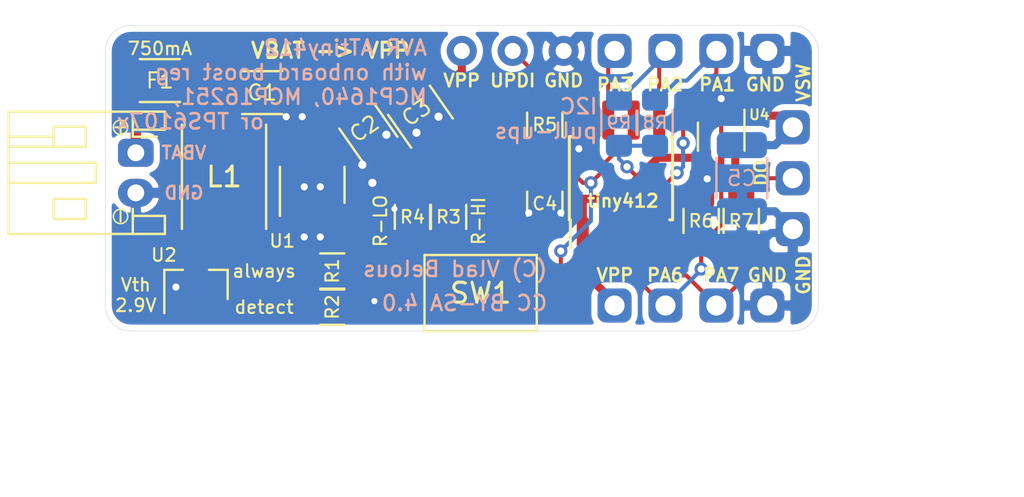
<source format=kicad_pcb>
(kicad_pcb (version 20171130) (host pcbnew "(5.1.0-0)")

  (general
    (thickness 1.6)
    (drawings 40)
    (tracks 231)
    (zones 0)
    (modules 36)
    (nets 17)
  )

  (page USLetter)
  (title_block
    (title "AVR ATtiny412 with integrated boost regulator")
    (date 2019-04-06)
    (rev 1)
    (comment 1 creativecommons.org/licenses)
    (comment 2 "CC BY-SA 4.0")
    (comment 3 "(C) Vlad Belous")
  )

  (layers
    (0 F.Cu mixed)
    (31 B.Cu mixed)
    (36 B.SilkS user)
    (37 F.SilkS user)
    (38 B.Mask user)
    (39 F.Mask user)
    (40 Dwgs.User user)
    (41 Cmts.User user)
    (44 Edge.Cuts user)
    (45 Margin user)
    (46 B.CrtYd user)
    (47 F.CrtYd user)
    (48 B.Fab user hide)
    (49 F.Fab user hide)
  )

  (setup
    (last_trace_width 0.2032)
    (user_trace_width 0.3048)
    (user_trace_width 0.4064)
    (user_trace_width 0.508)
    (trace_clearance 0.2032)
    (zone_clearance 0)
    (zone_45_only no)
    (trace_min 0.2032)
    (via_size 0.6096)
    (via_drill 0.3048)
    (via_min_size 0.6096)
    (via_min_drill 0.3048)
    (user_via 0.6604 0.3556)
    (user_via 0.762 0.4064)
    (uvia_size 0.3)
    (uvia_drill 0.1)
    (uvias_allowed no)
    (uvia_min_size 0.2)
    (uvia_min_drill 0.1)
    (edge_width 0.0254)
    (segment_width 0.2)
    (pcb_text_width 0.3)
    (pcb_text_size 1.5 1.5)
    (mod_edge_width 0.15)
    (mod_text_size 1 1)
    (mod_text_width 0.15)
    (pad_size 1.524 1.524)
    (pad_drill 0.762)
    (pad_to_mask_clearance 0)
    (aux_axis_origin 0 0)
    (visible_elements FFFFFF7F)
    (pcbplotparams
      (layerselection 0x010f0_ffffffff)
      (usegerberextensions false)
      (usegerberattributes false)
      (usegerberadvancedattributes false)
      (creategerberjobfile false)
      (excludeedgelayer true)
      (linewidth 0.076200)
      (plotframeref false)
      (viasonmask false)
      (mode 1)
      (useauxorigin false)
      (hpglpennumber 1)
      (hpglpenspeed 20)
      (hpglpendiameter 15.000000)
      (psnegative false)
      (psa4output false)
      (plotreference true)
      (plotvalue true)
      (plotinvisibletext false)
      (padsonsilk false)
      (subtractmaskfromsilk false)
      (outputformat 4)
      (mirror false)
      (drillshape 0)
      (scaleselection 1)
      (outputdirectory "plot"))
  )

  (net 0 "")
  (net 1 GND)
  (net 2 VBAT)
  (net 3 VPP)
  (net 4 VSW)
  (net 5 "Net-(F1-Pad2)")
  (net 6 PA1)
  (net 7 PA2)
  (net 8 PA3)
  (net 9 PA6)
  (net 10 PA7)
  (net 11 UPDI)
  (net 12 "Net-(J14-Pad1)")
  (net 13 "Net-(L1-Pad2)")
  (net 14 "Net-(R1-Pad2)")
  (net 15 "Net-(R3-Pad2)")
  (net 16 "Net-(R5-Pad2)")

  (net_class Default "This is the default net class."
    (clearance 0.2032)
    (trace_width 0.2032)
    (via_dia 0.6096)
    (via_drill 0.3048)
    (uvia_dia 0.3)
    (uvia_drill 0.1)
    (diff_pair_width 0.2032)
    (diff_pair_gap 0.25)
    (add_net GND)
    (add_net "Net-(F1-Pad2)")
    (add_net "Net-(J14-Pad1)")
    (add_net "Net-(L1-Pad2)")
    (add_net "Net-(R1-Pad2)")
    (add_net "Net-(R3-Pad2)")
    (add_net "Net-(R5-Pad2)")
    (add_net PA1)
    (add_net PA2)
    (add_net PA3)
    (add_net PA6)
    (add_net PA7)
    (add_net UPDI)
    (add_net VBAT)
    (add_net VPP)
    (add_net VSW)
  )

  (module local_footprints:1206_HS (layer F.Cu) (tedit 5C0C843B) (tstamp 5CAA9674)
    (at 139.9 98.6)
    (descr "Resistor SMD 1206, reflow soldering, Vishay (see dcrcw.pdf)")
    (tags "resistor 1206")
    (path /5CA84421)
    (attr smd)
    (fp_text reference C1 (at 0 0 -180) (layer F.SilkS)
      (effects (font (size 0.762 0.762) (thickness 0.1016)))
    )
    (fp_text value 10uF (at 0 1.95) (layer F.Fab) hide
      (effects (font (size 1 1) (thickness 0.15)))
    )
    (fp_line (start 2.15 1.1) (end -2.15 1.1) (layer F.CrtYd) (width 0.05))
    (fp_line (start 2.15 1.1) (end 2.15 -1.11) (layer F.CrtYd) (width 0.05))
    (fp_line (start -2.15 -1.11) (end -2.15 1.1) (layer F.CrtYd) (width 0.05))
    (fp_line (start -2.15 -1.11) (end 2.15 -1.11) (layer F.CrtYd) (width 0.05))
    (fp_line (start -1 -1.07) (end 1 -1.07) (layer F.SilkS) (width 0.12))
    (fp_line (start 1 1.07) (end -1 1.07) (layer F.SilkS) (width 0.12))
    (fp_line (start -1.6 -0.8) (end 1.6 -0.8) (layer F.Fab) (width 0.1))
    (fp_line (start 1.6 -0.8) (end 1.6 0.8) (layer F.Fab) (width 0.1))
    (fp_line (start 1.6 0.8) (end -1.6 0.8) (layer F.Fab) (width 0.1))
    (fp_line (start -1.6 0.8) (end -1.6 -0.8) (layer F.Fab) (width 0.1))
    (fp_text user %R (at 0 0) (layer F.Fab)
      (effects (font (size 0.7 0.7) (thickness 0.105)))
    )
    (pad 2 smd roundrect (at 1.65 0) (size 1.3 1.7) (layers F.Cu F.Paste F.Mask) (roundrect_rratio 0.25)
      (net 1 GND))
    (pad 1 smd roundrect (at -1.65 0) (size 1.3 1.7) (layers F.Cu F.Paste F.Mask) (roundrect_rratio 0.25)
      (net 2 VBAT))
    (model ${KISYS3DMOD}/Resistors_SMD.3dshapes/R_1206.wrl
      (at (xyz 0 0 0))
      (scale (xyz 1 1 1))
      (rotate (xyz 0 0 0))
    )
  )

  (module local_footprints:1206_HS (layer F.Cu) (tedit 5C0C843B) (tstamp 5CA987B5)
    (at 145.2 100.6 305)
    (descr "Resistor SMD 1206, reflow soldering, Vishay (see dcrcw.pdf)")
    (tags "resistor 1206")
    (path /5CA983ED)
    (attr smd)
    (fp_text reference C2 (at -0.278546 0.049115 35) (layer F.SilkS)
      (effects (font (size 0.762 0.762) (thickness 0.1016)))
    )
    (fp_text value 4.7uF (at 0 1.95 305) (layer F.Fab) hide
      (effects (font (size 1 1) (thickness 0.15)))
    )
    (fp_text user %R (at 0 0 305) (layer F.Fab)
      (effects (font (size 0.7 0.7) (thickness 0.105)))
    )
    (fp_line (start -1.6 0.8) (end -1.6 -0.8) (layer F.Fab) (width 0.1))
    (fp_line (start 1.6 0.8) (end -1.6 0.8) (layer F.Fab) (width 0.1))
    (fp_line (start 1.6 -0.8) (end 1.6 0.8) (layer F.Fab) (width 0.1))
    (fp_line (start -1.6 -0.8) (end 1.6 -0.8) (layer F.Fab) (width 0.1))
    (fp_line (start 1 1.07) (end -1 1.07) (layer F.SilkS) (width 0.12))
    (fp_line (start -1 -1.07) (end 1 -1.07) (layer F.SilkS) (width 0.12))
    (fp_line (start -2.15 -1.11) (end 2.15 -1.11) (layer F.CrtYd) (width 0.05))
    (fp_line (start -2.15 -1.11) (end -2.15 1.1) (layer F.CrtYd) (width 0.05))
    (fp_line (start 2.15 1.1) (end 2.15 -1.11) (layer F.CrtYd) (width 0.05))
    (fp_line (start 2.15 1.1) (end -2.15 1.1) (layer F.CrtYd) (width 0.05))
    (pad 1 smd roundrect (at -1.65 0 305) (size 1.3 1.7) (layers F.Cu F.Paste F.Mask) (roundrect_rratio 0.25)
      (net 3 VPP))
    (pad 2 smd roundrect (at 1.65 0 305) (size 1.3 1.7) (layers F.Cu F.Paste F.Mask) (roundrect_rratio 0.25)
      (net 1 GND))
    (model ${KISYS3DMOD}/Resistors_SMD.3dshapes/R_1206.wrl
      (at (xyz 0 0 0))
      (scale (xyz 1 1 1))
      (rotate (xyz 0 0 0))
    )
  )

  (module local_footprints:1210_HS (layer F.Cu) (tedit 5C934426) (tstamp 5CA9911D)
    (at 147.8 99.8 305)
    (descr "Generic SMD 1210")
    (tags "resistor 1206")
    (path /5CA9E566)
    (attr smd)
    (fp_text reference C3 (at -0.278546 0.049115 35) (layer F.SilkS)
      (effects (font (size 0.762 0.762) (thickness 0.1016)))
    )
    (fp_text value 10uF (at 0 2.286 305) (layer F.Fab) hide
      (effects (font (size 1 1) (thickness 0.15)))
    )
    (fp_line (start 2.25 1.25) (end -2.25 1.25) (layer F.CrtYd) (width 0.05))
    (fp_line (start 2.25 1.25) (end 2.25 -1.25) (layer F.CrtYd) (width 0.05))
    (fp_line (start -2.25 -1.25) (end -2.25 1.25) (layer F.CrtYd) (width 0.05))
    (fp_line (start -2.25 -1.25) (end 2.25 -1.25) (layer F.CrtYd) (width 0.05))
    (fp_line (start -1 -1.27) (end 1 -1.27) (layer F.SilkS) (width 0.12))
    (fp_line (start 1 1.27) (end -1 1.27) (layer F.SilkS) (width 0.12))
    (fp_line (start 1.6 -0.8) (end 1.6 0.8) (layer F.Fab) (width 0.1))
    (fp_line (start -1.6 0.8) (end -1.6 -0.8) (layer F.Fab) (width 0.1))
    (fp_text user %R (at 0 0 35) (layer F.Fab)
      (effects (font (size 0.7 0.7) (thickness 0.105)))
    )
    (pad 2 smd roundrect (at 1.65 0 305) (size 1.3 2.5) (layers F.Cu F.Paste F.Mask) (roundrect_rratio 0.25)
      (net 1 GND))
    (pad 1 smd roundrect (at -1.65 0 305) (size 1.3 2.5) (layers F.Cu F.Paste F.Mask) (roundrect_rratio 0.25)
      (net 3 VPP))
    (model ${KISYS3DMOD}/Resistors_SMD.3dshapes/R_1210.wrl
      (at (xyz 0 0 0))
      (scale (xyz 1 1 1))
      (rotate (xyz 0 0 0))
    )
  )

  (module local_footprints:0805_HS (layer F.Cu) (tedit 5C0C83D5) (tstamp 5CA987D5)
    (at 154 104.14 270)
    (descr "Resistor SMD 0805, reflow soldering, Vishay (see dcrcw.pdf)")
    (tags "resistor 0805")
    (path /5CAA3A04)
    (attr smd)
    (fp_text reference C4 (at 0 0) (layer F.SilkS)
      (effects (font (size 0.635 0.635) (thickness 0.1016)))
    )
    (fp_text value 0.1uF (at 0 1.75 270) (layer F.Fab) hide
      (effects (font (size 1 1) (thickness 0.15)))
    )
    (fp_line (start 1.55 0.9) (end -1.55 0.9) (layer F.CrtYd) (width 0.05))
    (fp_line (start 1.55 0.9) (end 1.55 -0.9) (layer F.CrtYd) (width 0.05))
    (fp_line (start -1.55 -0.9) (end -1.55 0.9) (layer F.CrtYd) (width 0.05))
    (fp_line (start -1.55 -0.9) (end 1.55 -0.9) (layer F.CrtYd) (width 0.05))
    (fp_line (start -0.6 -0.88) (end 0.6 -0.88) (layer F.SilkS) (width 0.12))
    (fp_line (start 0.6 0.88) (end -0.6 0.88) (layer F.SilkS) (width 0.12))
    (fp_line (start -1 -0.62) (end 1 -0.62) (layer F.Fab) (width 0.1))
    (fp_line (start 1 -0.62) (end 1 0.62) (layer F.Fab) (width 0.1))
    (fp_line (start 1 0.62) (end -1 0.62) (layer F.Fab) (width 0.1))
    (fp_line (start -1 0.62) (end -1 -0.62) (layer F.Fab) (width 0.1))
    (fp_text user %R (at 0 0 270) (layer F.Fab)
      (effects (font (size 0.5 0.5) (thickness 0.075)))
    )
    (pad 2 smd roundrect (at 1.15 0 270) (size 1.1 1.3) (layers F.Cu F.Paste F.Mask) (roundrect_rratio 0.25)
      (net 1 GND))
    (pad 1 smd roundrect (at -1.15 0 270) (size 1.1 1.3) (layers F.Cu F.Paste F.Mask) (roundrect_rratio 0.25)
      (net 3 VPP))
    (model ${KISYS3DMOD}/Resistors_SMD.3dshapes/R_0805.wrl
      (at (xyz 0 0 0))
      (scale (xyz 1 1 1))
      (rotate (xyz 0 0 0))
    )
  )

  (module local_footprints:1210_HS (layer B.Cu) (tedit 5C934426) (tstamp 5CA987E4)
    (at 163.83 102.87 270)
    (descr "Generic SMD 1210")
    (tags "resistor 1206")
    (path /5CB8DCFC)
    (attr smd)
    (fp_text reference C5 (at 0 0 180) (layer B.SilkS)
      (effects (font (size 0.762 0.762) (thickness 0.1016)) (justify mirror))
    )
    (fp_text value 10uF (at 0 -2.286 270) (layer B.Fab) hide
      (effects (font (size 1 1) (thickness 0.15)) (justify mirror))
    )
    (fp_text user %R (at 0 0 180) (layer B.Fab)
      (effects (font (size 0.7 0.7) (thickness 0.105)) (justify mirror))
    )
    (fp_line (start -1.6 -0.8) (end -1.6 0.8) (layer B.Fab) (width 0.1))
    (fp_line (start 1.6 0.8) (end 1.6 -0.8) (layer B.Fab) (width 0.1))
    (fp_line (start 1 -1.27) (end -1 -1.27) (layer B.SilkS) (width 0.12))
    (fp_line (start -1 1.27) (end 1 1.27) (layer B.SilkS) (width 0.12))
    (fp_line (start -2.25 1.25) (end 2.25 1.25) (layer B.CrtYd) (width 0.05))
    (fp_line (start -2.25 1.25) (end -2.25 -1.25) (layer B.CrtYd) (width 0.05))
    (fp_line (start 2.25 -1.25) (end 2.25 1.25) (layer B.CrtYd) (width 0.05))
    (fp_line (start 2.25 -1.25) (end -2.25 -1.25) (layer B.CrtYd) (width 0.05))
    (pad 1 smd roundrect (at -1.65 0 270) (size 1.3 2.5) (layers B.Cu B.Paste B.Mask) (roundrect_rratio 0.25)
      (net 4 VSW))
    (pad 2 smd roundrect (at 1.65 0 270) (size 1.3 2.5) (layers B.Cu B.Paste B.Mask) (roundrect_rratio 0.25)
      (net 1 GND))
    (model ${KISYS3DMOD}/Resistors_SMD.3dshapes/R_1210.wrl
      (at (xyz 0 0 0))
      (scale (xyz 1 1 1))
      (rotate (xyz 0 0 0))
    )
  )

  (module local_footprints:1206_HS (layer F.Cu) (tedit 5C0C843B) (tstamp 5CAA95CA)
    (at 134.8 98 180)
    (descr "Resistor SMD 1206, reflow soldering, Vishay (see dcrcw.pdf)")
    (tags "resistor 1206")
    (path /5CA6AFCA)
    (attr smd)
    (fp_text reference F1 (at 0 0) (layer F.SilkS)
      (effects (font (size 0.762 0.762) (thickness 0.1016)))
    )
    (fp_text value Polyfuse (at 0 1.95 180) (layer F.Fab) hide
      (effects (font (size 1 1) (thickness 0.15)))
    )
    (fp_line (start 2.15 1.1) (end -2.15 1.1) (layer F.CrtYd) (width 0.05))
    (fp_line (start 2.15 1.1) (end 2.15 -1.11) (layer F.CrtYd) (width 0.05))
    (fp_line (start -2.15 -1.11) (end -2.15 1.1) (layer F.CrtYd) (width 0.05))
    (fp_line (start -2.15 -1.11) (end 2.15 -1.11) (layer F.CrtYd) (width 0.05))
    (fp_line (start -1 -1.07) (end 1 -1.07) (layer F.SilkS) (width 0.12))
    (fp_line (start 1 1.07) (end -1 1.07) (layer F.SilkS) (width 0.12))
    (fp_line (start -1.6 -0.8) (end 1.6 -0.8) (layer F.Fab) (width 0.1))
    (fp_line (start 1.6 -0.8) (end 1.6 0.8) (layer F.Fab) (width 0.1))
    (fp_line (start 1.6 0.8) (end -1.6 0.8) (layer F.Fab) (width 0.1))
    (fp_line (start -1.6 0.8) (end -1.6 -0.8) (layer F.Fab) (width 0.1))
    (fp_text user %R (at 0 0 180) (layer F.Fab)
      (effects (font (size 0.7 0.7) (thickness 0.105)))
    )
    (pad 2 smd roundrect (at 1.65 0 180) (size 1.3 1.7) (layers F.Cu F.Paste F.Mask) (roundrect_rratio 0.25)
      (net 5 "Net-(F1-Pad2)"))
    (pad 1 smd roundrect (at -1.65 0 180) (size 1.3 1.7) (layers F.Cu F.Paste F.Mask) (roundrect_rratio 0.25)
      (net 2 VBAT))
    (model ${KISYS3DMOD}/Resistors_SMD.3dshapes/R_1206.wrl
      (at (xyz 0 0 0))
      (scale (xyz 1 1 1))
      (rotate (xyz 0 0 0))
    )
  )

  (module local_footprints:Pin_Header_Straight_1x01_Pitch2.54mm (layer F.Cu) (tedit 5CA97A76) (tstamp 5CA987FF)
    (at 162.56 96.52)
    (descr "Through hole straight pin header, 1x07, 2.54mm pitch, single row")
    (tags "Through hole pin header THT 1x07 2.54mm single row")
    (path /5CAB7728)
    (fp_text reference J2 (at 0 -1.6) (layer F.SilkS) hide
      (effects (font (size 0.762 0.762) (thickness 0.127)))
    )
    (fp_text value Conn_01x01 (at 0 2.54) (layer F.Fab) hide
      (effects (font (size 1 1) (thickness 0.15)))
    )
    (fp_text user %R (at 0 -1.6 180) (layer F.Fab) hide
      (effects (font (size 0.762 0.762) (thickness 0.127)))
    )
    (fp_line (start -1.27 -1.27) (end 1.27 -1.27) (layer F.CrtYd) (width 0.05))
    (fp_line (start 1.27 -1.27) (end 1.27 1.27) (layer F.CrtYd) (width 0.05))
    (fp_line (start 1.27 1.27) (end -1.27 1.27) (layer F.CrtYd) (width 0.05))
    (fp_line (start -1.27 1.27) (end -1.27 -1.27) (layer F.CrtYd) (width 0.05))
    (pad 1 thru_hole roundrect (at 0 0) (size 1.7 1.7) (drill 1) (layers *.Cu *.Mask) (roundrect_rratio 0.25)
      (net 6 PA1))
    (model ${KISYS3DMOD}/Pin_Headers.3dshapes/Pin_Header_Straight_1x07_Pitch2.54mm.wrl
      (at (xyz 0 0 0))
      (scale (xyz 1 1 1))
      (rotate (xyz 0 0 0))
    )
  )

  (module local_footprints:Pin_Header_Straight_1x01_Pitch2.54mm (layer F.Cu) (tedit 5CA97A76) (tstamp 5CA98809)
    (at 160.02 96.52)
    (descr "Through hole straight pin header, 1x07, 2.54mm pitch, single row")
    (tags "Through hole pin header THT 1x07 2.54mm single row")
    (path /5CAB5AF7)
    (fp_text reference J3 (at 0 -1.6) (layer F.SilkS) hide
      (effects (font (size 0.762 0.762) (thickness 0.127)))
    )
    (fp_text value Conn_01x01 (at 0 2.54) (layer F.Fab) hide
      (effects (font (size 1 1) (thickness 0.15)))
    )
    (fp_line (start -1.27 1.27) (end -1.27 -1.27) (layer F.CrtYd) (width 0.05))
    (fp_line (start 1.27 1.27) (end -1.27 1.27) (layer F.CrtYd) (width 0.05))
    (fp_line (start 1.27 -1.27) (end 1.27 1.27) (layer F.CrtYd) (width 0.05))
    (fp_line (start -1.27 -1.27) (end 1.27 -1.27) (layer F.CrtYd) (width 0.05))
    (fp_text user %R (at 0 -1.6 180) (layer F.Fab) hide
      (effects (font (size 0.762 0.762) (thickness 0.127)))
    )
    (pad 1 thru_hole roundrect (at 0 0) (size 1.7 1.7) (drill 1) (layers *.Cu *.Mask) (roundrect_rratio 0.25)
      (net 7 PA2))
    (model ${KISYS3DMOD}/Pin_Headers.3dshapes/Pin_Header_Straight_1x07_Pitch2.54mm.wrl
      (at (xyz 0 0 0))
      (scale (xyz 1 1 1))
      (rotate (xyz 0 0 0))
    )
  )

  (module local_footprints:Pin_Header_Straight_1x01_Pitch2.54mm (layer F.Cu) (tedit 5CA97A76) (tstamp 5CA98813)
    (at 157.48 96.52)
    (descr "Through hole straight pin header, 1x07, 2.54mm pitch, single row")
    (tags "Through hole pin header THT 1x07 2.54mm single row")
    (path /5CAB6FCF)
    (fp_text reference J4 (at 0 -1.6) (layer F.SilkS) hide
      (effects (font (size 0.762 0.762) (thickness 0.127)))
    )
    (fp_text value Conn_01x01 (at 0 2.54) (layer F.Fab) hide
      (effects (font (size 1 1) (thickness 0.15)))
    )
    (fp_text user %R (at 0 -1.6 180) (layer F.Fab) hide
      (effects (font (size 0.762 0.762) (thickness 0.127)))
    )
    (fp_line (start -1.27 -1.27) (end 1.27 -1.27) (layer F.CrtYd) (width 0.05))
    (fp_line (start 1.27 -1.27) (end 1.27 1.27) (layer F.CrtYd) (width 0.05))
    (fp_line (start 1.27 1.27) (end -1.27 1.27) (layer F.CrtYd) (width 0.05))
    (fp_line (start -1.27 1.27) (end -1.27 -1.27) (layer F.CrtYd) (width 0.05))
    (pad 1 thru_hole roundrect (at 0 0) (size 1.7 1.7) (drill 1) (layers *.Cu *.Mask) (roundrect_rratio 0.25)
      (net 8 PA3))
    (model ${KISYS3DMOD}/Pin_Headers.3dshapes/Pin_Header_Straight_1x07_Pitch2.54mm.wrl
      (at (xyz 0 0 0))
      (scale (xyz 1 1 1))
      (rotate (xyz 0 0 0))
    )
  )

  (module local_footprints:Pin_Header_Straight_1x01_Pitch2.54mm (layer F.Cu) (tedit 5CA97A76) (tstamp 5CA9881D)
    (at 165.1 96.52)
    (descr "Through hole straight pin header, 1x07, 2.54mm pitch, single row")
    (tags "Through hole pin header THT 1x07 2.54mm single row")
    (path /5CAB7497)
    (fp_text reference J5 (at 0 -1.6) (layer F.SilkS) hide
      (effects (font (size 0.762 0.762) (thickness 0.127)))
    )
    (fp_text value Conn_01x01 (at 0 2.54) (layer F.Fab) hide
      (effects (font (size 1 1) (thickness 0.15)))
    )
    (fp_line (start -1.27 1.27) (end -1.27 -1.27) (layer F.CrtYd) (width 0.05))
    (fp_line (start 1.27 1.27) (end -1.27 1.27) (layer F.CrtYd) (width 0.05))
    (fp_line (start 1.27 -1.27) (end 1.27 1.27) (layer F.CrtYd) (width 0.05))
    (fp_line (start -1.27 -1.27) (end 1.27 -1.27) (layer F.CrtYd) (width 0.05))
    (fp_text user %R (at 0 -1.6 180) (layer F.Fab) hide
      (effects (font (size 0.762 0.762) (thickness 0.127)))
    )
    (pad 1 thru_hole roundrect (at 0 0) (size 1.7 1.7) (drill 1) (layers *.Cu *.Mask) (roundrect_rratio 0.25)
      (net 1 GND))
    (model ${KISYS3DMOD}/Pin_Headers.3dshapes/Pin_Header_Straight_1x07_Pitch2.54mm.wrl
      (at (xyz 0 0 0))
      (scale (xyz 1 1 1))
      (rotate (xyz 0 0 0))
    )
  )

  (module local_footprints:Pin_Header_Straight_1x01_Pitch2.54mm (layer F.Cu) (tedit 5CA97A76) (tstamp 5CA98827)
    (at 157.48 109.22)
    (descr "Through hole straight pin header, 1x07, 2.54mm pitch, single row")
    (tags "Through hole pin header THT 1x07 2.54mm single row")
    (path /5CAE1193)
    (fp_text reference J6 (at 0 -1.6) (layer F.SilkS) hide
      (effects (font (size 0.762 0.762) (thickness 0.127)))
    )
    (fp_text value Conn_01x01 (at 0 2.54) (layer F.Fab) hide
      (effects (font (size 1 1) (thickness 0.15)))
    )
    (fp_line (start -1.27 1.27) (end -1.27 -1.27) (layer F.CrtYd) (width 0.05))
    (fp_line (start 1.27 1.27) (end -1.27 1.27) (layer F.CrtYd) (width 0.05))
    (fp_line (start 1.27 -1.27) (end 1.27 1.27) (layer F.CrtYd) (width 0.05))
    (fp_line (start -1.27 -1.27) (end 1.27 -1.27) (layer F.CrtYd) (width 0.05))
    (fp_text user %R (at 0 -1.6 180) (layer F.Fab) hide
      (effects (font (size 0.762 0.762) (thickness 0.127)))
    )
    (pad 1 thru_hole roundrect (at 0 0) (size 1.7 1.7) (drill 1) (layers *.Cu *.Mask) (roundrect_rratio 0.25)
      (net 3 VPP))
    (model ${KISYS3DMOD}/Pin_Headers.3dshapes/Pin_Header_Straight_1x07_Pitch2.54mm.wrl
      (at (xyz 0 0 0))
      (scale (xyz 1 1 1))
      (rotate (xyz 0 0 0))
    )
  )

  (module local_footprints:Pin_Header_Straight_1x01_Pitch2.54mm (layer F.Cu) (tedit 5CA97A76) (tstamp 5CA98831)
    (at 160.02 109.22)
    (descr "Through hole straight pin header, 1x07, 2.54mm pitch, single row")
    (tags "Through hole pin header THT 1x07 2.54mm single row")
    (path /5CAE117F)
    (fp_text reference J7 (at 0 -1.6) (layer F.SilkS) hide
      (effects (font (size 0.762 0.762) (thickness 0.127)))
    )
    (fp_text value Conn_01x01 (at 0 2.54) (layer F.Fab) hide
      (effects (font (size 1 1) (thickness 0.15)))
    )
    (fp_line (start -1.27 1.27) (end -1.27 -1.27) (layer F.CrtYd) (width 0.05))
    (fp_line (start 1.27 1.27) (end -1.27 1.27) (layer F.CrtYd) (width 0.05))
    (fp_line (start 1.27 -1.27) (end 1.27 1.27) (layer F.CrtYd) (width 0.05))
    (fp_line (start -1.27 -1.27) (end 1.27 -1.27) (layer F.CrtYd) (width 0.05))
    (fp_text user %R (at 0 -1.6 180) (layer F.Fab) hide
      (effects (font (size 0.762 0.762) (thickness 0.127)))
    )
    (pad 1 thru_hole roundrect (at 0 0) (size 1.7 1.7) (drill 1) (layers *.Cu *.Mask) (roundrect_rratio 0.25)
      (net 9 PA6))
    (model ${KISYS3DMOD}/Pin_Headers.3dshapes/Pin_Header_Straight_1x07_Pitch2.54mm.wrl
      (at (xyz 0 0 0))
      (scale (xyz 1 1 1))
      (rotate (xyz 0 0 0))
    )
  )

  (module local_footprints:Pin_Header_Straight_1x01_Pitch2.54mm (layer F.Cu) (tedit 5CA97A76) (tstamp 5CAA985A)
    (at 162.56 109.22)
    (descr "Through hole straight pin header, 1x07, 2.54mm pitch, single row")
    (tags "Through hole pin header THT 1x07 2.54mm single row")
    (path /5CAE1189)
    (fp_text reference J8 (at 0 -1.6) (layer F.SilkS) hide
      (effects (font (size 0.762 0.762) (thickness 0.127)))
    )
    (fp_text value Conn_01x01 (at 0 2.54) (layer F.Fab) hide
      (effects (font (size 1 1) (thickness 0.15)))
    )
    (fp_text user %R (at 0 -1.6 180) (layer F.Fab) hide
      (effects (font (size 0.762 0.762) (thickness 0.127)))
    )
    (fp_line (start -1.27 -1.27) (end 1.27 -1.27) (layer F.CrtYd) (width 0.05))
    (fp_line (start 1.27 -1.27) (end 1.27 1.27) (layer F.CrtYd) (width 0.05))
    (fp_line (start 1.27 1.27) (end -1.27 1.27) (layer F.CrtYd) (width 0.05))
    (fp_line (start -1.27 1.27) (end -1.27 -1.27) (layer F.CrtYd) (width 0.05))
    (pad 1 thru_hole roundrect (at 0 0) (size 1.7 1.7) (drill 1) (layers *.Cu *.Mask) (roundrect_rratio 0.25)
      (net 10 PA7))
    (model ${KISYS3DMOD}/Pin_Headers.3dshapes/Pin_Header_Straight_1x07_Pitch2.54mm.wrl
      (at (xyz 0 0 0))
      (scale (xyz 1 1 1))
      (rotate (xyz 0 0 0))
    )
  )

  (module local_footprints:Pin_Header_Straight_1x01_Pitch2.54mm (layer F.Cu) (tedit 5CA97A76) (tstamp 5CA98845)
    (at 165.1 109.22)
    (descr "Through hole straight pin header, 1x07, 2.54mm pitch, single row")
    (tags "Through hole pin header THT 1x07 2.54mm single row")
    (path /5CAD32C8)
    (fp_text reference J9 (at 0 -1.6) (layer F.SilkS) hide
      (effects (font (size 0.762 0.762) (thickness 0.127)))
    )
    (fp_text value Conn_01x01 (at 0 2.54) (layer F.Fab) hide
      (effects (font (size 1 1) (thickness 0.15)))
    )
    (fp_text user %R (at 0 -1.6 180) (layer F.Fab) hide
      (effects (font (size 0.762 0.762) (thickness 0.127)))
    )
    (fp_line (start -1.27 -1.27) (end 1.27 -1.27) (layer F.CrtYd) (width 0.05))
    (fp_line (start 1.27 -1.27) (end 1.27 1.27) (layer F.CrtYd) (width 0.05))
    (fp_line (start 1.27 1.27) (end -1.27 1.27) (layer F.CrtYd) (width 0.05))
    (fp_line (start -1.27 1.27) (end -1.27 -1.27) (layer F.CrtYd) (width 0.05))
    (pad 1 thru_hole roundrect (at 0 0) (size 1.7 1.7) (drill 1) (layers *.Cu *.Mask) (roundrect_rratio 0.25)
      (net 1 GND))
    (model ${KISYS3DMOD}/Pin_Headers.3dshapes/Pin_Header_Straight_1x07_Pitch2.54mm.wrl
      (at (xyz 0 0 0))
      (scale (xyz 1 1 1))
      (rotate (xyz 0 0 0))
    )
  )

  (module local_footprints:Conn_1-wire (layer F.Cu) (tedit 5CA97B28) (tstamp 5CA9884B)
    (at 149.86 96.52 90)
    (descr "Through hole straight pin header, 1x07, 2.54mm pitch, single row")
    (tags "Through hole pin header THT 1x07 2.54mm single row")
    (path /5CAD4177)
    (fp_text reference J10 (at 0 -1.6 90) (layer F.SilkS) hide
      (effects (font (size 0.762 0.762) (thickness 0.127)))
    )
    (fp_text value Conn_01x01 (at 0 2.54 90) (layer F.Fab) hide
      (effects (font (size 1 1) (thickness 0.15)))
    )
    (fp_text user %R (at 0 -1.6 270) (layer F.Fab) hide
      (effects (font (size 0.762 0.762) (thickness 0.127)))
    )
    (pad 1 thru_hole circle (at 0 0 90) (size 1.5 1.5) (drill 0.8) (layers *.Cu *.Mask)
      (net 3 VPP))
    (model ${KISYS3DMOD}/Pin_Headers.3dshapes/Pin_Header_Straight_1x07_Pitch2.54mm.wrl
      (at (xyz 0 0 0))
      (scale (xyz 1 1 1))
      (rotate (xyz 0 0 0))
    )
  )

  (module local_footprints:Conn_1-wire (layer F.Cu) (tedit 5CA97B28) (tstamp 5CA98851)
    (at 152.4 96.52 90)
    (descr "Through hole straight pin header, 1x07, 2.54mm pitch, single row")
    (tags "Through hole pin header THT 1x07 2.54mm single row")
    (path /5CAD4B13)
    (fp_text reference J11 (at 0 -1.6 90) (layer F.SilkS) hide
      (effects (font (size 0.762 0.762) (thickness 0.127)))
    )
    (fp_text value Conn_01x01 (at 0 2.54 90) (layer F.Fab) hide
      (effects (font (size 1 1) (thickness 0.15)))
    )
    (fp_text user %R (at 0 -1.6 270) (layer F.Fab) hide
      (effects (font (size 0.762 0.762) (thickness 0.127)))
    )
    (pad 1 thru_hole circle (at 0 0 90) (size 1.5 1.5) (drill 0.8) (layers *.Cu *.Mask)
      (net 11 UPDI))
    (model ${KISYS3DMOD}/Pin_Headers.3dshapes/Pin_Header_Straight_1x07_Pitch2.54mm.wrl
      (at (xyz 0 0 0))
      (scale (xyz 1 1 1))
      (rotate (xyz 0 0 0))
    )
  )

  (module local_footprints:Conn_1-wire (layer F.Cu) (tedit 5CA97B28) (tstamp 5CA98857)
    (at 154.94 96.52 90)
    (descr "Through hole straight pin header, 1x07, 2.54mm pitch, single row")
    (tags "Through hole pin header THT 1x07 2.54mm single row")
    (path /5CAD4DCE)
    (fp_text reference J12 (at 0 -1.6 90) (layer F.SilkS) hide
      (effects (font (size 0.762 0.762) (thickness 0.127)))
    )
    (fp_text value Conn_01x01 (at 0 2.54 90) (layer F.Fab) hide
      (effects (font (size 1 1) (thickness 0.15)))
    )
    (fp_text user %R (at 0 -1.6 270) (layer F.Fab) hide
      (effects (font (size 0.762 0.762) (thickness 0.127)))
    )
    (pad 1 thru_hole circle (at 0 0 90) (size 1.5 1.5) (drill 0.8) (layers *.Cu *.Mask)
      (net 1 GND))
    (model ${KISYS3DMOD}/Pin_Headers.3dshapes/Pin_Header_Straight_1x07_Pitch2.54mm.wrl
      (at (xyz 0 0 0))
      (scale (xyz 1 1 1))
      (rotate (xyz 0 0 0))
    )
  )

  (module local_footprints:Pin_Header_Straight_1x01_Pitch2.54mm (layer F.Cu) (tedit 5CA97A76) (tstamp 5CA98861)
    (at 166.37 100.33)
    (descr "Through hole straight pin header, 1x07, 2.54mm pitch, single row")
    (tags "Through hole pin header THT 1x07 2.54mm single row")
    (path /5CB092DC)
    (fp_text reference J13 (at 0 -1.6) (layer F.SilkS) hide
      (effects (font (size 0.762 0.762) (thickness 0.127)))
    )
    (fp_text value Conn_01x01 (at 0 2.54) (layer F.Fab) hide
      (effects (font (size 1 1) (thickness 0.15)))
    )
    (fp_text user %R (at 0 -1.6 180) (layer F.Fab) hide
      (effects (font (size 0.762 0.762) (thickness 0.127)))
    )
    (fp_line (start -1.27 -1.27) (end 1.27 -1.27) (layer F.CrtYd) (width 0.05))
    (fp_line (start 1.27 -1.27) (end 1.27 1.27) (layer F.CrtYd) (width 0.05))
    (fp_line (start 1.27 1.27) (end -1.27 1.27) (layer F.CrtYd) (width 0.05))
    (fp_line (start -1.27 1.27) (end -1.27 -1.27) (layer F.CrtYd) (width 0.05))
    (pad 1 thru_hole roundrect (at 0 0) (size 1.7 1.7) (drill 1) (layers *.Cu *.Mask) (roundrect_rratio 0.25)
      (net 4 VSW))
    (model ${KISYS3DMOD}/Pin_Headers.3dshapes/Pin_Header_Straight_1x07_Pitch2.54mm.wrl
      (at (xyz 0 0 0))
      (scale (xyz 1 1 1))
      (rotate (xyz 0 0 0))
    )
  )

  (module local_footprints:Pin_Header_Straight_1x01_Pitch2.54mm (layer F.Cu) (tedit 5CA97A76) (tstamp 5CA9886B)
    (at 166.37 102.87)
    (descr "Through hole straight pin header, 1x07, 2.54mm pitch, single row")
    (tags "Through hole pin header THT 1x07 2.54mm single row")
    (path /5CB092D2)
    (fp_text reference J14 (at 0 -1.6) (layer F.SilkS) hide
      (effects (font (size 0.762 0.762) (thickness 0.127)))
    )
    (fp_text value Conn_01x01 (at 0 2.54) (layer F.Fab) hide
      (effects (font (size 1 1) (thickness 0.15)))
    )
    (fp_line (start -1.27 1.27) (end -1.27 -1.27) (layer F.CrtYd) (width 0.05))
    (fp_line (start 1.27 1.27) (end -1.27 1.27) (layer F.CrtYd) (width 0.05))
    (fp_line (start 1.27 -1.27) (end 1.27 1.27) (layer F.CrtYd) (width 0.05))
    (fp_line (start -1.27 -1.27) (end 1.27 -1.27) (layer F.CrtYd) (width 0.05))
    (fp_text user %R (at 0 -1.6 180) (layer F.Fab) hide
      (effects (font (size 0.762 0.762) (thickness 0.127)))
    )
    (pad 1 thru_hole roundrect (at 0 0) (size 1.7 1.7) (drill 1) (layers *.Cu *.Mask) (roundrect_rratio 0.25)
      (net 12 "Net-(J14-Pad1)"))
    (model ${KISYS3DMOD}/Pin_Headers.3dshapes/Pin_Header_Straight_1x07_Pitch2.54mm.wrl
      (at (xyz 0 0 0))
      (scale (xyz 1 1 1))
      (rotate (xyz 0 0 0))
    )
  )

  (module local_footprints:Pin_Header_Straight_1x01_Pitch2.54mm (layer F.Cu) (tedit 5CA97A76) (tstamp 5CA98875)
    (at 166.37 105.41)
    (descr "Through hole straight pin header, 1x07, 2.54mm pitch, single row")
    (tags "Through hole pin header THT 1x07 2.54mm single row")
    (path /5CB092C8)
    (fp_text reference J15 (at 0 -1.6) (layer F.SilkS) hide
      (effects (font (size 0.762 0.762) (thickness 0.127)))
    )
    (fp_text value Conn_01x01 (at 0 2.54) (layer F.Fab) hide
      (effects (font (size 1 1) (thickness 0.15)))
    )
    (fp_text user %R (at 0 -1.6 180) (layer F.Fab) hide
      (effects (font (size 0.762 0.762) (thickness 0.127)))
    )
    (fp_line (start -1.27 -1.27) (end 1.27 -1.27) (layer F.CrtYd) (width 0.05))
    (fp_line (start 1.27 -1.27) (end 1.27 1.27) (layer F.CrtYd) (width 0.05))
    (fp_line (start 1.27 1.27) (end -1.27 1.27) (layer F.CrtYd) (width 0.05))
    (fp_line (start -1.27 1.27) (end -1.27 -1.27) (layer F.CrtYd) (width 0.05))
    (pad 1 thru_hole roundrect (at 0 0) (size 1.7 1.7) (drill 1) (layers *.Cu *.Mask) (roundrect_rratio 0.25)
      (net 1 GND))
    (model ${KISYS3DMOD}/Pin_Headers.3dshapes/Pin_Header_Straight_1x07_Pitch2.54mm.wrl
      (at (xyz 0 0 0))
      (scale (xyz 1 1 1))
      (rotate (xyz 0 0 0))
    )
  )

  (module local_footprints:JST_PH_S2B-PH-K_02x2.00mm_Angled_WiderHole (layer F.Cu) (tedit 5CA9552A) (tstamp 5CAA9B63)
    (at 133.6 101.6 270)
    (descr "JST PH series connector, S2B-PH-K, side entry type, through hole, Datasheet: http://www.jst-mfg.com/product/pdf/eng/ePH.pdf")
    (tags "connector jst ph")
    (path /5CBEFBE8)
    (fp_text reference JST_PH_BAT1 (at 1.5 -2.45 270) (layer F.SilkS) hide
      (effects (font (size 1 1) (thickness 0.15)))
    )
    (fp_text value JST_PH_BAT (at 1 7.25 270) (layer F.Fab)
      (effects (font (size 1 1) (thickness 0.15)))
    )
    (fp_text user %R (at 1 2.5 270) (layer F.Fab)
      (effects (font (size 1 1) (thickness 0.15)))
    )
    (fp_line (start 0.5 1.35) (end 0 0.85) (layer F.Fab) (width 0.1))
    (fp_line (start -0.5 1.35) (end 0.5 1.35) (layer F.Fab) (width 0.1))
    (fp_line (start 0 0.85) (end -0.5 1.35) (layer F.Fab) (width 0.1))
    (fp_line (start -0.8 0.15) (end -0.8 -1.05) (layer F.SilkS) (width 0.12))
    (fp_line (start 3.25 0.25) (end -1.25 0.25) (layer F.Fab) (width 0.1))
    (fp_line (start 3.25 -1.35) (end 3.25 0.25) (layer F.Fab) (width 0.1))
    (fp_line (start 3.95 -1.35) (end 3.25 -1.35) (layer F.Fab) (width 0.1))
    (fp_line (start 3.95 6.25) (end 3.95 -1.35) (layer F.Fab) (width 0.1))
    (fp_line (start -1.95 6.25) (end 3.95 6.25) (layer F.Fab) (width 0.1))
    (fp_line (start -1.95 -1.35) (end -1.95 6.25) (layer F.Fab) (width 0.1))
    (fp_line (start -1.25 -1.35) (end -1.95 -1.35) (layer F.Fab) (width 0.1))
    (fp_line (start -1.25 0.25) (end -1.25 -1.35) (layer F.Fab) (width 0.1))
    (fp_line (start 4.45 -1.85) (end -2.45 -1.85) (layer F.CrtYd) (width 0.05))
    (fp_line (start 4.45 6.75) (end 4.45 -1.85) (layer F.CrtYd) (width 0.05))
    (fp_line (start -2.45 6.75) (end 4.45 6.75) (layer F.CrtYd) (width 0.05))
    (fp_line (start -2.45 -1.85) (end -2.45 6.75) (layer F.CrtYd) (width 0.05))
    (fp_line (start -0.8 4.1) (end -0.8 6.35) (layer F.SilkS) (width 0.12))
    (fp_line (start -0.3 4.1) (end -0.3 6.35) (layer F.SilkS) (width 0.12))
    (fp_line (start 2.3 2.5) (end 3.3 2.5) (layer F.SilkS) (width 0.12))
    (fp_line (start 2.3 4.1) (end 2.3 2.5) (layer F.SilkS) (width 0.12))
    (fp_line (start 3.3 4.1) (end 2.3 4.1) (layer F.SilkS) (width 0.12))
    (fp_line (start 3.3 2.5) (end 3.3 4.1) (layer F.SilkS) (width 0.12))
    (fp_line (start -0.3 2.5) (end -1.3 2.5) (layer F.SilkS) (width 0.12))
    (fp_line (start -0.3 4.1) (end -0.3 2.5) (layer F.SilkS) (width 0.12))
    (fp_line (start -1.3 4.1) (end -0.3 4.1) (layer F.SilkS) (width 0.12))
    (fp_line (start -1.3 2.5) (end -1.3 4.1) (layer F.SilkS) (width 0.12))
    (fp_line (start 4.05 0.15) (end 3.15 0.15) (layer F.SilkS) (width 0.12))
    (fp_line (start -2.05 0.15) (end -1.15 0.15) (layer F.SilkS) (width 0.12))
    (fp_line (start 3.15 0.15) (end 2.8 0.15) (layer F.SilkS) (width 0.12))
    (fp_line (start 3.15 -1.45) (end 3.15 0.15) (layer F.SilkS) (width 0.12))
    (fp_line (start 4.05 -1.45) (end 3.15 -1.45) (layer F.SilkS) (width 0.12))
    (fp_line (start 4.05 6.35) (end 4.05 -1.45) (layer F.SilkS) (width 0.12))
    (fp_line (start -2.05 6.35) (end 4.05 6.35) (layer F.SilkS) (width 0.12))
    (fp_line (start -2.05 -1.45) (end -2.05 6.35) (layer F.SilkS) (width 0.12))
    (fp_line (start -1.15 -1.45) (end -2.05 -1.45) (layer F.SilkS) (width 0.12))
    (fp_line (start -1.15 0.15) (end -1.15 -1.45) (layer F.SilkS) (width 0.12))
    (fp_line (start -0.8 0.15) (end -1.15 0.15) (layer F.SilkS) (width 0.12))
    (fp_line (start 1.5 2) (end 1.5 6.35) (layer F.SilkS) (width 0.12))
    (fp_line (start 0.5 2) (end 1.5 2) (layer F.SilkS) (width 0.12))
    (fp_line (start 0.5 6.35) (end 0.5 2) (layer F.SilkS) (width 0.12))
    (fp_line (start -1.27 0.508) (end -1.27 1.016) (layer F.SilkS) (width 0.1016))
    (fp_line (start -1.524 0.762) (end -1.016 0.762) (layer F.SilkS) (width 0.1016))
    (fp_line (start 2.921 0.762) (end 3.429 0.762) (layer F.SilkS) (width 0.1016))
    (fp_circle (center -1.27 0.762) (end -0.91079 0.762) (layer F.SilkS) (width 0.0762))
    (fp_circle (center 3.175 0.762) (end 3.53421 0.762) (layer F.SilkS) (width 0.0762))
    (pad 2 thru_hole oval (at 2 0 270) (size 1.397 1.778) (drill 0.8382) (layers *.Cu *.Mask)
      (net 1 GND))
    (pad 1 thru_hole roundrect (at 0 0 270) (size 1.397 1.778) (drill 0.8382) (layers *.Cu *.Mask) (roundrect_rratio 0.25)
      (net 5 "Net-(F1-Pad2)"))
    (model ${KISYS3DMOD}/Connectors_JST.3dshapes/JST_PH_S2B-PH-K_02x2.00mm_Angled.wrl
      (at (xyz 0 0 0))
      (scale (xyz 1 1 1))
      (rotate (xyz 0 0 0))
    )
  )

  (module local_footprints:L_Taiyo-Yuden_NR-S-40xx_HS (layer F.Cu) (tedit 5CA95432) (tstamp 5CA988C2)
    (at 138 102.8 270)
    (descr "Inductor, Taiyo Yuden, NR series, Taiyo-Yuden_NR-40xx, 4.0mmx4.0mm")
    (tags "inductor taiyo-yuden nr smd")
    (path /5CA87E91)
    (attr smd)
    (fp_text reference L1 (at 0 0) (layer F.SilkS)
      (effects (font (size 1 1) (thickness 0.15)))
    )
    (fp_text value 4.7uH (at 0 3.5 270) (layer F.Fab) hide
      (effects (font (size 1 1) (thickness 0.15)))
    )
    (fp_line (start 2.6 -2.25) (end -2.6 -2.25) (layer F.CrtYd) (width 0.05))
    (fp_line (start 2.6 2.25) (end 2.6 -2.25) (layer F.CrtYd) (width 0.05))
    (fp_line (start -2.6 2.25) (end 2.6 2.25) (layer F.CrtYd) (width 0.05))
    (fp_line (start -2.6 -2.25) (end -2.6 2.25) (layer F.CrtYd) (width 0.05))
    (fp_line (start -2.6 2.1) (end 2.6 2.1) (layer F.SilkS) (width 0.12))
    (fp_line (start -2.6 -2.1) (end 2.6 -2.1) (layer F.SilkS) (width 0.12))
    (fp_line (start -1.25 2) (end 0 2) (layer F.Fab) (width 0.1))
    (fp_line (start -2 1.25) (end -1.25 2) (layer F.Fab) (width 0.1))
    (fp_line (start -2 0) (end -2 1.25) (layer F.Fab) (width 0.1))
    (fp_line (start 1.25 2) (end 0 2) (layer F.Fab) (width 0.1))
    (fp_line (start 2 1.25) (end 1.25 2) (layer F.Fab) (width 0.1))
    (fp_line (start 2 0) (end 2 1.25) (layer F.Fab) (width 0.1))
    (fp_line (start 1.25 -2) (end 0 -2) (layer F.Fab) (width 0.1))
    (fp_line (start 2 -1.25) (end 1.25 -2) (layer F.Fab) (width 0.1))
    (fp_line (start 2 0) (end 2 -1.25) (layer F.Fab) (width 0.1))
    (fp_line (start -1.25 -2) (end 0 -2) (layer F.Fab) (width 0.1))
    (fp_line (start -2 -1.25) (end -1.25 -2) (layer F.Fab) (width 0.1))
    (fp_line (start -2 0) (end -2 -1.25) (layer F.Fab) (width 0.1))
    (fp_text user %R (at 0 0 270) (layer F.Fab)
      (effects (font (size 1 1) (thickness 0.15)))
    )
    (pad 2 smd roundrect (at 1.8 0 270) (size 2 3.9) (layers F.Cu F.Paste F.Mask) (roundrect_rratio 0.25)
      (net 13 "Net-(L1-Pad2)"))
    (pad 1 smd roundrect (at -1.8 0 270) (size 2 3.9) (layers F.Cu F.Paste F.Mask) (roundrect_rratio 0.25)
      (net 2 VBAT))
    (model ${KISYS3DMOD}/Inductors_SMD.3dshapes/L_Taiyo-Yuden_NR-40xx.wrl
      (at (xyz 0 0 0))
      (scale (xyz 1 1 1))
      (rotate (xyz 0 0 0))
    )
  )

  (module local_footprints:0805_HS (layer F.Cu) (tedit 5C0C83D5) (tstamp 5CA988D3)
    (at 143.4 107.5)
    (descr "Resistor SMD 0805, reflow soldering, Vishay (see dcrcw.pdf)")
    (tags "resistor 0805")
    (path /5CA6454D)
    (attr smd)
    (fp_text reference R1 (at 0 0 90) (layer F.SilkS)
      (effects (font (size 0.635 0.635) (thickness 0.1016)))
    )
    (fp_text value 100k (at 0 1.75) (layer F.Fab) hide
      (effects (font (size 1 1) (thickness 0.15)))
    )
    (fp_text user %R (at 0 0) (layer F.Fab)
      (effects (font (size 0.5 0.5) (thickness 0.075)))
    )
    (fp_line (start -1 0.62) (end -1 -0.62) (layer F.Fab) (width 0.1))
    (fp_line (start 1 0.62) (end -1 0.62) (layer F.Fab) (width 0.1))
    (fp_line (start 1 -0.62) (end 1 0.62) (layer F.Fab) (width 0.1))
    (fp_line (start -1 -0.62) (end 1 -0.62) (layer F.Fab) (width 0.1))
    (fp_line (start 0.6 0.88) (end -0.6 0.88) (layer F.SilkS) (width 0.12))
    (fp_line (start -0.6 -0.88) (end 0.6 -0.88) (layer F.SilkS) (width 0.12))
    (fp_line (start -1.55 -0.9) (end 1.55 -0.9) (layer F.CrtYd) (width 0.05))
    (fp_line (start -1.55 -0.9) (end -1.55 0.9) (layer F.CrtYd) (width 0.05))
    (fp_line (start 1.55 0.9) (end 1.55 -0.9) (layer F.CrtYd) (width 0.05))
    (fp_line (start 1.55 0.9) (end -1.55 0.9) (layer F.CrtYd) (width 0.05))
    (pad 1 smd roundrect (at -1.15 0) (size 1.1 1.3) (layers F.Cu F.Paste F.Mask) (roundrect_rratio 0.25)
      (net 2 VBAT))
    (pad 2 smd roundrect (at 1.15 0) (size 1.1 1.3) (layers F.Cu F.Paste F.Mask) (roundrect_rratio 0.25)
      (net 14 "Net-(R1-Pad2)"))
    (model ${KISYS3DMOD}/Resistors_SMD.3dshapes/R_0805.wrl
      (at (xyz 0 0 0))
      (scale (xyz 1 1 1))
      (rotate (xyz 0 0 0))
    )
  )

  (module local_footprints:0805_HS (layer F.Cu) (tedit 5C0C83D5) (tstamp 5CAAAA75)
    (at 143.4 109.3)
    (descr "Resistor SMD 0805, reflow soldering, Vishay (see dcrcw.pdf)")
    (tags "resistor 0805")
    (path /5CA65A2C)
    (attr smd)
    (fp_text reference R2 (at 0 0 90) (layer F.SilkS)
      (effects (font (size 0.635 0.635) (thickness 0.1016)))
    )
    (fp_text value 100k (at 0 1.75) (layer F.Fab) hide
      (effects (font (size 1 1) (thickness 0.15)))
    )
    (fp_line (start 1.55 0.9) (end -1.55 0.9) (layer F.CrtYd) (width 0.05))
    (fp_line (start 1.55 0.9) (end 1.55 -0.9) (layer F.CrtYd) (width 0.05))
    (fp_line (start -1.55 -0.9) (end -1.55 0.9) (layer F.CrtYd) (width 0.05))
    (fp_line (start -1.55 -0.9) (end 1.55 -0.9) (layer F.CrtYd) (width 0.05))
    (fp_line (start -0.6 -0.88) (end 0.6 -0.88) (layer F.SilkS) (width 0.12))
    (fp_line (start 0.6 0.88) (end -0.6 0.88) (layer F.SilkS) (width 0.12))
    (fp_line (start -1 -0.62) (end 1 -0.62) (layer F.Fab) (width 0.1))
    (fp_line (start 1 -0.62) (end 1 0.62) (layer F.Fab) (width 0.1))
    (fp_line (start 1 0.62) (end -1 0.62) (layer F.Fab) (width 0.1))
    (fp_line (start -1 0.62) (end -1 -0.62) (layer F.Fab) (width 0.1))
    (fp_text user %R (at 0 0) (layer F.Fab)
      (effects (font (size 0.5 0.5) (thickness 0.075)))
    )
    (pad 2 smd roundrect (at 1.15 0) (size 1.1 1.3) (layers F.Cu F.Paste F.Mask) (roundrect_rratio 0.25)
      (net 1 GND))
    (pad 1 smd roundrect (at -1.15 0) (size 1.1 1.3) (layers F.Cu F.Paste F.Mask) (roundrect_rratio 0.25)
      (net 14 "Net-(R1-Pad2)"))
    (model ${KISYS3DMOD}/Resistors_SMD.3dshapes/R_0805.wrl
      (at (xyz 0 0 0))
      (scale (xyz 1 1 1))
      (rotate (xyz 0 0 0))
    )
  )

  (module local_footprints:0805_HS (layer F.Cu) (tedit 5C0C83D5) (tstamp 5CA988F5)
    (at 149.2 104.8 270)
    (descr "Resistor SMD 0805, reflow soldering, Vishay (see dcrcw.pdf)")
    (tags "resistor 0805")
    (path /5CA94EBA)
    (attr smd)
    (fp_text reference R3 (at 0 0) (layer F.SilkS)
      (effects (font (size 0.635 0.635) (thickness 0.1016)))
    )
    (fp_text value R (at 0 1.75 270) (layer F.Fab) hide
      (effects (font (size 1 1) (thickness 0.15)))
    )
    (fp_line (start 1.55 0.9) (end -1.55 0.9) (layer F.CrtYd) (width 0.05))
    (fp_line (start 1.55 0.9) (end 1.55 -0.9) (layer F.CrtYd) (width 0.05))
    (fp_line (start -1.55 -0.9) (end -1.55 0.9) (layer F.CrtYd) (width 0.05))
    (fp_line (start -1.55 -0.9) (end 1.55 -0.9) (layer F.CrtYd) (width 0.05))
    (fp_line (start -0.6 -0.88) (end 0.6 -0.88) (layer F.SilkS) (width 0.12))
    (fp_line (start 0.6 0.88) (end -0.6 0.88) (layer F.SilkS) (width 0.12))
    (fp_line (start -1 -0.62) (end 1 -0.62) (layer F.Fab) (width 0.1))
    (fp_line (start 1 -0.62) (end 1 0.62) (layer F.Fab) (width 0.1))
    (fp_line (start 1 0.62) (end -1 0.62) (layer F.Fab) (width 0.1))
    (fp_line (start -1 0.62) (end -1 -0.62) (layer F.Fab) (width 0.1))
    (fp_text user %R (at 0 0 270) (layer F.Fab)
      (effects (font (size 0.5 0.5) (thickness 0.075)))
    )
    (pad 2 smd roundrect (at 1.15 0 270) (size 1.1 1.3) (layers F.Cu F.Paste F.Mask) (roundrect_rratio 0.25)
      (net 15 "Net-(R3-Pad2)"))
    (pad 1 smd roundrect (at -1.15 0 270) (size 1.1 1.3) (layers F.Cu F.Paste F.Mask) (roundrect_rratio 0.25)
      (net 3 VPP))
    (model ${KISYS3DMOD}/Resistors_SMD.3dshapes/R_0805.wrl
      (at (xyz 0 0 0))
      (scale (xyz 1 1 1))
      (rotate (xyz 0 0 0))
    )
  )

  (module local_footprints:0805_HS (layer F.Cu) (tedit 5C0C83D5) (tstamp 5CA99149)
    (at 147.4 104.8 90)
    (descr "Resistor SMD 0805, reflow soldering, Vishay (see dcrcw.pdf)")
    (tags "resistor 0805")
    (path /5CA9677D)
    (attr smd)
    (fp_text reference R4 (at 0 0 180) (layer F.SilkS)
      (effects (font (size 0.635 0.635) (thickness 0.1016)))
    )
    (fp_text value R (at 0 1.75 90) (layer F.Fab) hide
      (effects (font (size 1 1) (thickness 0.15)))
    )
    (fp_text user %R (at 0 0 90) (layer F.Fab)
      (effects (font (size 0.5 0.5) (thickness 0.075)))
    )
    (fp_line (start -1 0.62) (end -1 -0.62) (layer F.Fab) (width 0.1))
    (fp_line (start 1 0.62) (end -1 0.62) (layer F.Fab) (width 0.1))
    (fp_line (start 1 -0.62) (end 1 0.62) (layer F.Fab) (width 0.1))
    (fp_line (start -1 -0.62) (end 1 -0.62) (layer F.Fab) (width 0.1))
    (fp_line (start 0.6 0.88) (end -0.6 0.88) (layer F.SilkS) (width 0.12))
    (fp_line (start -0.6 -0.88) (end 0.6 -0.88) (layer F.SilkS) (width 0.12))
    (fp_line (start -1.55 -0.9) (end 1.55 -0.9) (layer F.CrtYd) (width 0.05))
    (fp_line (start -1.55 -0.9) (end -1.55 0.9) (layer F.CrtYd) (width 0.05))
    (fp_line (start 1.55 0.9) (end 1.55 -0.9) (layer F.CrtYd) (width 0.05))
    (fp_line (start 1.55 0.9) (end -1.55 0.9) (layer F.CrtYd) (width 0.05))
    (pad 1 smd roundrect (at -1.15 0 90) (size 1.1 1.3) (layers F.Cu F.Paste F.Mask) (roundrect_rratio 0.25)
      (net 15 "Net-(R3-Pad2)"))
    (pad 2 smd roundrect (at 1.15 0 90) (size 1.1 1.3) (layers F.Cu F.Paste F.Mask) (roundrect_rratio 0.25)
      (net 1 GND))
    (model ${KISYS3DMOD}/Resistors_SMD.3dshapes/R_0805.wrl
      (at (xyz 0 0 0))
      (scale (xyz 1 1 1))
      (rotate (xyz 0 0 0))
    )
  )

  (module local_footprints:0805_HS (layer F.Cu) (tedit 5C0C83D5) (tstamp 5CA98917)
    (at 154 100.2 270)
    (descr "Resistor SMD 0805, reflow soldering, Vishay (see dcrcw.pdf)")
    (tags "resistor 0805")
    (path /5CAAC339)
    (attr smd)
    (fp_text reference R5 (at 0 0) (layer F.SilkS)
      (effects (font (size 0.635 0.635) (thickness 0.1016)))
    )
    (fp_text value 3.3k (at 0 1.75 270) (layer F.Fab) hide
      (effects (font (size 1 1) (thickness 0.15)))
    )
    (fp_text user %R (at 0 0 270) (layer F.Fab)
      (effects (font (size 0.5 0.5) (thickness 0.075)))
    )
    (fp_line (start -1 0.62) (end -1 -0.62) (layer F.Fab) (width 0.1))
    (fp_line (start 1 0.62) (end -1 0.62) (layer F.Fab) (width 0.1))
    (fp_line (start 1 -0.62) (end 1 0.62) (layer F.Fab) (width 0.1))
    (fp_line (start -1 -0.62) (end 1 -0.62) (layer F.Fab) (width 0.1))
    (fp_line (start 0.6 0.88) (end -0.6 0.88) (layer F.SilkS) (width 0.12))
    (fp_line (start -0.6 -0.88) (end 0.6 -0.88) (layer F.SilkS) (width 0.12))
    (fp_line (start -1.55 -0.9) (end 1.55 -0.9) (layer F.CrtYd) (width 0.05))
    (fp_line (start -1.55 -0.9) (end -1.55 0.9) (layer F.CrtYd) (width 0.05))
    (fp_line (start 1.55 0.9) (end 1.55 -0.9) (layer F.CrtYd) (width 0.05))
    (fp_line (start 1.55 0.9) (end -1.55 0.9) (layer F.CrtYd) (width 0.05))
    (pad 1 smd roundrect (at -1.15 0 270) (size 1.1 1.3) (layers F.Cu F.Paste F.Mask) (roundrect_rratio 0.25)
      (net 11 UPDI))
    (pad 2 smd roundrect (at 1.15 0 270) (size 1.1 1.3) (layers F.Cu F.Paste F.Mask) (roundrect_rratio 0.25)
      (net 16 "Net-(R5-Pad2)"))
    (model ${KISYS3DMOD}/Resistors_SMD.3dshapes/R_0805.wrl
      (at (xyz 0 0 0))
      (scale (xyz 1 1 1))
      (rotate (xyz 0 0 0))
    )
  )

  (module local_footprints:0805_HS (layer F.Cu) (tedit 5C0C83D5) (tstamp 5CAA9187)
    (at 161.8 105 90)
    (descr "Resistor SMD 0805, reflow soldering, Vishay (see dcrcw.pdf)")
    (tags "resistor 0805")
    (path /5CAFFCE1)
    (attr smd)
    (fp_text reference R6 (at 0 0 180) (layer F.SilkS)
      (effects (font (size 0.635 0.635) (thickness 0.1016)))
    )
    (fp_text value 100k (at 0 1.75 90) (layer F.Fab) hide
      (effects (font (size 1 1) (thickness 0.15)))
    )
    (fp_line (start 1.55 0.9) (end -1.55 0.9) (layer F.CrtYd) (width 0.05))
    (fp_line (start 1.55 0.9) (end 1.55 -0.9) (layer F.CrtYd) (width 0.05))
    (fp_line (start -1.55 -0.9) (end -1.55 0.9) (layer F.CrtYd) (width 0.05))
    (fp_line (start -1.55 -0.9) (end 1.55 -0.9) (layer F.CrtYd) (width 0.05))
    (fp_line (start -0.6 -0.88) (end 0.6 -0.88) (layer F.SilkS) (width 0.12))
    (fp_line (start 0.6 0.88) (end -0.6 0.88) (layer F.SilkS) (width 0.12))
    (fp_line (start -1 -0.62) (end 1 -0.62) (layer F.Fab) (width 0.1))
    (fp_line (start 1 -0.62) (end 1 0.62) (layer F.Fab) (width 0.1))
    (fp_line (start 1 0.62) (end -1 0.62) (layer F.Fab) (width 0.1))
    (fp_line (start -1 0.62) (end -1 -0.62) (layer F.Fab) (width 0.1))
    (fp_text user %R (at 0 0 90) (layer F.Fab)
      (effects (font (size 0.5 0.5) (thickness 0.075)))
    )
    (pad 2 smd roundrect (at 1.15 0 90) (size 1.1 1.3) (layers F.Cu F.Paste F.Mask) (roundrect_rratio 0.25)
      (net 1 GND))
    (pad 1 smd roundrect (at -1.15 0 90) (size 1.1 1.3) (layers F.Cu F.Paste F.Mask) (roundrect_rratio 0.25)
      (net 9 PA6))
    (model ${KISYS3DMOD}/Resistors_SMD.3dshapes/R_0805.wrl
      (at (xyz 0 0 0))
      (scale (xyz 1 1 1))
      (rotate (xyz 0 0 0))
    )
  )

  (module local_footprints:0805_HS (layer F.Cu) (tedit 5C0C83D5) (tstamp 5CA98939)
    (at 163.8 105 270)
    (descr "Resistor SMD 0805, reflow soldering, Vishay (see dcrcw.pdf)")
    (tags "resistor 0805")
    (path /5CB9A7CF)
    (attr smd)
    (fp_text reference R7 (at 0 0) (layer F.SilkS)
      (effects (font (size 0.635 0.635) (thickness 0.1016)))
    )
    (fp_text value 1k (at 0 1.75 270) (layer F.Fab) hide
      (effects (font (size 1 1) (thickness 0.15)))
    )
    (fp_text user %R (at 0 0 270) (layer F.Fab)
      (effects (font (size 0.5 0.5) (thickness 0.075)))
    )
    (fp_line (start -1 0.62) (end -1 -0.62) (layer F.Fab) (width 0.1))
    (fp_line (start 1 0.62) (end -1 0.62) (layer F.Fab) (width 0.1))
    (fp_line (start 1 -0.62) (end 1 0.62) (layer F.Fab) (width 0.1))
    (fp_line (start -1 -0.62) (end 1 -0.62) (layer F.Fab) (width 0.1))
    (fp_line (start 0.6 0.88) (end -0.6 0.88) (layer F.SilkS) (width 0.12))
    (fp_line (start -0.6 -0.88) (end 0.6 -0.88) (layer F.SilkS) (width 0.12))
    (fp_line (start -1.55 -0.9) (end 1.55 -0.9) (layer F.CrtYd) (width 0.05))
    (fp_line (start -1.55 -0.9) (end -1.55 0.9) (layer F.CrtYd) (width 0.05))
    (fp_line (start 1.55 0.9) (end 1.55 -0.9) (layer F.CrtYd) (width 0.05))
    (fp_line (start 1.55 0.9) (end -1.55 0.9) (layer F.CrtYd) (width 0.05))
    (pad 1 smd roundrect (at -1.15 0 270) (size 1.1 1.3) (layers F.Cu F.Paste F.Mask) (roundrect_rratio 0.25)
      (net 12 "Net-(J14-Pad1)"))
    (pad 2 smd roundrect (at 1.15 0 270) (size 1.1 1.3) (layers F.Cu F.Paste F.Mask) (roundrect_rratio 0.25)
      (net 10 PA7))
    (model ${KISYS3DMOD}/Resistors_SMD.3dshapes/R_0805.wrl
      (at (xyz 0 0 0))
      (scale (xyz 1 1 1))
      (rotate (xyz 0 0 0))
    )
  )

  (module local_footprints:0805_HS (layer B.Cu) (tedit 5C0C83D5) (tstamp 5CA990EF)
    (at 159.5 100.1 90)
    (descr "Resistor SMD 0805, reflow soldering, Vishay (see dcrcw.pdf)")
    (tags "resistor 0805")
    (path /5CABDB77)
    (attr smd)
    (fp_text reference R8 (at 0 0) (layer B.SilkS)
      (effects (font (size 0.635 0.635) (thickness 0.1016)) (justify mirror))
    )
    (fp_text value 10k (at 0 -1.75 90) (layer B.Fab) hide
      (effects (font (size 1 1) (thickness 0.15)) (justify mirror))
    )
    (fp_text user %R (at 0 0 90) (layer B.Fab)
      (effects (font (size 0.5 0.5) (thickness 0.075)) (justify mirror))
    )
    (fp_line (start -1 -0.62) (end -1 0.62) (layer B.Fab) (width 0.1))
    (fp_line (start 1 -0.62) (end -1 -0.62) (layer B.Fab) (width 0.1))
    (fp_line (start 1 0.62) (end 1 -0.62) (layer B.Fab) (width 0.1))
    (fp_line (start -1 0.62) (end 1 0.62) (layer B.Fab) (width 0.1))
    (fp_line (start 0.6 -0.88) (end -0.6 -0.88) (layer B.SilkS) (width 0.12))
    (fp_line (start -0.6 0.88) (end 0.6 0.88) (layer B.SilkS) (width 0.12))
    (fp_line (start -1.55 0.9) (end 1.55 0.9) (layer B.CrtYd) (width 0.05))
    (fp_line (start -1.55 0.9) (end -1.55 -0.9) (layer B.CrtYd) (width 0.05))
    (fp_line (start 1.55 -0.9) (end 1.55 0.9) (layer B.CrtYd) (width 0.05))
    (fp_line (start 1.55 -0.9) (end -1.55 -0.9) (layer B.CrtYd) (width 0.05))
    (pad 1 smd roundrect (at -1.15 0 90) (size 1.1 1.3) (layers B.Cu B.Paste B.Mask) (roundrect_rratio 0.25)
      (net 3 VPP))
    (pad 2 smd roundrect (at 1.15 0 90) (size 1.1 1.3) (layers B.Cu B.Paste B.Mask) (roundrect_rratio 0.25)
      (net 6 PA1))
    (model ${KISYS3DMOD}/Resistors_SMD.3dshapes/R_0805.wrl
      (at (xyz 0 0 0))
      (scale (xyz 1 1 1))
      (rotate (xyz 0 0 0))
    )
  )

  (module local_footprints:0805_HS (layer B.Cu) (tedit 5C0C83D5) (tstamp 5CA9895B)
    (at 157.7 100.1 90)
    (descr "Resistor SMD 0805, reflow soldering, Vishay (see dcrcw.pdf)")
    (tags "resistor 0805")
    (path /5CABF4EF)
    (attr smd)
    (fp_text reference R9 (at 0 0) (layer B.SilkS)
      (effects (font (size 0.635 0.635) (thickness 0.1016)) (justify mirror))
    )
    (fp_text value 10k (at 0 -1.75 90) (layer B.Fab) hide
      (effects (font (size 1 1) (thickness 0.15)) (justify mirror))
    )
    (fp_line (start 1.55 -0.9) (end -1.55 -0.9) (layer B.CrtYd) (width 0.05))
    (fp_line (start 1.55 -0.9) (end 1.55 0.9) (layer B.CrtYd) (width 0.05))
    (fp_line (start -1.55 0.9) (end -1.55 -0.9) (layer B.CrtYd) (width 0.05))
    (fp_line (start -1.55 0.9) (end 1.55 0.9) (layer B.CrtYd) (width 0.05))
    (fp_line (start -0.6 0.88) (end 0.6 0.88) (layer B.SilkS) (width 0.12))
    (fp_line (start 0.6 -0.88) (end -0.6 -0.88) (layer B.SilkS) (width 0.12))
    (fp_line (start -1 0.62) (end 1 0.62) (layer B.Fab) (width 0.1))
    (fp_line (start 1 0.62) (end 1 -0.62) (layer B.Fab) (width 0.1))
    (fp_line (start 1 -0.62) (end -1 -0.62) (layer B.Fab) (width 0.1))
    (fp_line (start -1 -0.62) (end -1 0.62) (layer B.Fab) (width 0.1))
    (fp_text user %R (at 0 0 90) (layer B.Fab)
      (effects (font (size 0.5 0.5) (thickness 0.075)) (justify mirror))
    )
    (pad 2 smd roundrect (at 1.15 0 90) (size 1.1 1.3) (layers B.Cu B.Paste B.Mask) (roundrect_rratio 0.25)
      (net 7 PA2))
    (pad 1 smd roundrect (at -1.15 0 90) (size 1.1 1.3) (layers B.Cu B.Paste B.Mask) (roundrect_rratio 0.25)
      (net 3 VPP))
    (model ${KISYS3DMOD}/Resistors_SMD.3dshapes/R_0805.wrl
      (at (xyz 0 0 0))
      (scale (xyz 1 1 1))
      (rotate (xyz 0 0 0))
    )
  )

  (module local_footprints:SW_SPST_PUSH_6mm_3mm (layer F.Cu) (tedit 5C735BCC) (tstamp 5CA98976)
    (at 150.8 108.6 180)
    (descr http://www.te.com/commerce/DocumentDelivery/DDEController?Action=srchrtrv&DocNm=1437566-3&DocType=Customer+Drawing&DocLang=English)
    (tags "SPST button tactile switch")
    (path /5CAAF6FF)
    (attr smd)
    (fp_text reference SW1 (at 0 0 180) (layer F.SilkS)
      (effects (font (size 1 1) (thickness 0.15)))
    )
    (fp_text value SW_Push (at 0 3 180) (layer F.Fab)
      (effects (font (size 1 1) (thickness 0.15)))
    )
    (fp_line (start -5 -2) (end 5 -2) (layer F.CrtYd) (width 0.05))
    (fp_line (start -5 -2) (end -5 2) (layer F.CrtYd) (width 0.05))
    (fp_line (start 3 -1.9) (end 3 1.9) (layer F.Fab) (width 0.1))
    (fp_line (start -3 -1.9) (end -3 1.9) (layer F.Fab) (width 0.1))
    (fp_line (start -3 -1.9) (end 3 -1.9) (layer F.Fab) (width 0.1))
    (fp_line (start -3 1.9) (end 3 1.9) (layer F.Fab) (width 0.1))
    (fp_line (start 5 -2) (end 5 2) (layer F.CrtYd) (width 0.05))
    (fp_line (start -5 2) (end 5 2) (layer F.CrtYd) (width 0.05))
    (fp_line (start -1.5 -0.8) (end -1.5 0.8) (layer F.Fab) (width 0.1))
    (fp_line (start 1.5 -0.8) (end 1.5 0.8) (layer F.Fab) (width 0.1))
    (fp_line (start -1.5 -0.8) (end 1.5 -0.8) (layer F.Fab) (width 0.1))
    (fp_line (start -1.5 0.8) (end 1.5 0.8) (layer F.Fab) (width 0.1))
    (fp_line (start -2.8 1.9) (end -2.8 -1.9) (layer F.SilkS) (width 0.12))
    (fp_line (start 2.8 1.9) (end -2.8 1.9) (layer F.SilkS) (width 0.12))
    (fp_line (start 2.8 -1.9) (end 2.8 1.9) (layer F.SilkS) (width 0.12))
    (fp_line (start -2.8 -1.9) (end 2.8 -1.9) (layer F.SilkS) (width 0.12))
    (fp_line (start -1.75 1) (end -1.75 -1) (layer F.Fab) (width 0.1))
    (fp_line (start 1.75 1) (end -1.75 1) (layer F.Fab) (width 0.1))
    (fp_line (start 1.75 -1) (end 1.75 1) (layer F.Fab) (width 0.1))
    (fp_line (start -1.75 -1) (end 1.75 -1) (layer F.Fab) (width 0.1))
    (fp_text user %R (at 0 -2.6 180) (layer F.Fab)
      (effects (font (size 1 1) (thickness 0.15)))
    )
    (pad 2 smd roundrect (at 3.9 0 180) (size 2 1.6) (layers F.Cu F.Paste F.Mask) (roundrect_rratio 0.25)
      (net 1 GND))
    (pad 1 smd roundrect (at -3.9 0 180) (size 2 1.6) (layers F.Cu F.Paste F.Mask) (roundrect_rratio 0.25)
      (net 16 "Net-(R5-Pad2)"))
    (model ${KISYS3DMOD}/Buttons_Switches_SMD.3dshapes/SW_SPST_FSMSM.wrl
      (at (xyz 0 0 0))
      (scale (xyz 1 1 1))
      (rotate (xyz 0 0 0))
    )
  )

  (module local_footprints:SOT-23-6_HS (layer F.Cu) (tedit 5C04944B) (tstamp 5CA9898C)
    (at 142.4 103.2 90)
    (descr "6-pin SOT-23 package")
    (tags SOT-23-6)
    (path /5CA5DBC4)
    (attr smd)
    (fp_text reference U1 (at -2.8 -1.5) (layer F.SilkS)
      (effects (font (size 0.635 0.635) (thickness 0.1016)))
    )
    (fp_text value MCP1640 (at 0 2.9 90) (layer F.Fab) hide
      (effects (font (size 1 1) (thickness 0.15)))
    )
    (fp_line (start 0.9 -1.55) (end 0.9 1.55) (layer F.Fab) (width 0.1))
    (fp_line (start 0.9 1.55) (end -0.9 1.55) (layer F.Fab) (width 0.1))
    (fp_line (start -0.9 -0.9) (end -0.9 1.55) (layer F.Fab) (width 0.1))
    (fp_line (start 0.9 -1.55) (end -0.25 -1.55) (layer F.Fab) (width 0.1))
    (fp_line (start -0.9 -0.9) (end -0.25 -1.55) (layer F.Fab) (width 0.1))
    (fp_line (start -1.9 -1.8) (end -1.9 1.8) (layer F.CrtYd) (width 0.05))
    (fp_line (start -1.9 1.8) (end 1.9 1.8) (layer F.CrtYd) (width 0.05))
    (fp_line (start 1.9 1.8) (end 1.9 -1.8) (layer F.CrtYd) (width 0.05))
    (fp_line (start 1.9 -1.8) (end -1.9 -1.8) (layer F.CrtYd) (width 0.05))
    (fp_line (start 0.9 -1.61) (end -1.55 -1.61) (layer F.SilkS) (width 0.12))
    (fp_line (start -0.9 1.61) (end 0.9 1.61) (layer F.SilkS) (width 0.12))
    (fp_text user %R (at 0 0 180) (layer F.Fab)
      (effects (font (size 0.5 0.5) (thickness 0.075)))
    )
    (pad 5 smd roundrect (at 1.3 0 90) (size 1.46 0.65) (layers F.Cu F.Paste F.Mask) (roundrect_rratio 0.25)
      (net 3 VPP))
    (pad 6 smd roundrect (at 1.3 -0.95 90) (size 1.46 0.65) (layers F.Cu F.Paste F.Mask) (roundrect_rratio 0.25)
      (net 2 VBAT))
    (pad 4 smd roundrect (at 1.3 0.95 90) (size 1.46 0.65) (layers F.Cu F.Paste F.Mask) (roundrect_rratio 0.25)
      (net 15 "Net-(R3-Pad2)"))
    (pad 3 smd roundrect (at -1.3 0.95 90) (size 1.46 0.65) (layers F.Cu F.Paste F.Mask) (roundrect_rratio 0.25)
      (net 14 "Net-(R1-Pad2)"))
    (pad 2 smd roundrect (at -1.3 0 90) (size 1.46 0.65) (layers F.Cu F.Paste F.Mask) (roundrect_rratio 0.25)
      (net 1 GND))
    (pad 1 smd roundrect (at -1.3 -0.95 90) (size 1.46 0.65) (layers F.Cu F.Paste F.Mask) (roundrect_rratio 0.25)
      (net 13 "Net-(L1-Pad2)"))
    (model ${KISYS3DMOD}/TO_SOT_Packages_SMD.3dshapes/SOT-23-6.wrl
      (at (xyz 0 0 0))
      (scale (xyz 1 1 1))
      (rotate (xyz 0 0 0))
    )
  )

  (module local_footprints:SOT-23_HS (layer F.Cu) (tedit 5C0C84E5) (tstamp 5CA989A1)
    (at 136.6 108.2 90)
    (descr "SOT-23, Standard")
    (tags SOT-23)
    (path /5CA5EF61)
    (attr smd)
    (fp_text reference U2 (at 1.5 -1.6 180) (layer F.SilkS)
      (effects (font (size 0.635 0.635) (thickness 0.1016)))
    )
    (fp_text value MIC809 (at 0 2.5 90) (layer F.Fab) hide
      (effects (font (size 1 1) (thickness 0.15)))
    )
    (fp_line (start 0.76 1.58) (end -0.7 1.58) (layer F.SilkS) (width 0.12))
    (fp_line (start 0.76 -1.58) (end -1.4 -1.58) (layer F.SilkS) (width 0.12))
    (fp_line (start -1.7 1.75) (end -1.7 -1.75) (layer F.CrtYd) (width 0.05))
    (fp_line (start 1.7 1.75) (end -1.7 1.75) (layer F.CrtYd) (width 0.05))
    (fp_line (start 1.7 -1.75) (end 1.7 1.75) (layer F.CrtYd) (width 0.05))
    (fp_line (start -1.7 -1.75) (end 1.7 -1.75) (layer F.CrtYd) (width 0.05))
    (fp_line (start 0.76 -1.58) (end 0.76 -0.65) (layer F.SilkS) (width 0.12))
    (fp_line (start 0.76 1.58) (end 0.76 0.65) (layer F.SilkS) (width 0.12))
    (fp_line (start -0.7 1.52) (end 0.7 1.52) (layer F.Fab) (width 0.1))
    (fp_line (start 0.7 -1.52) (end 0.7 1.52) (layer F.Fab) (width 0.1))
    (fp_line (start -0.7 -0.95) (end -0.15 -1.52) (layer F.Fab) (width 0.1))
    (fp_line (start -0.15 -1.52) (end 0.7 -1.52) (layer F.Fab) (width 0.1))
    (fp_line (start -0.7 -0.95) (end -0.7 1.5) (layer F.Fab) (width 0.1))
    (fp_text user %R (at 0 0 180) (layer F.Fab)
      (effects (font (size 0.635 0.635) (thickness 0.1016)))
    )
    (pad 3 smd roundrect (at 1.2 0 90) (size 1.3 0.8) (layers F.Cu F.Paste F.Mask) (roundrect_rratio 0.25)
      (net 2 VBAT))
    (pad 2 smd roundrect (at -1.2 0.95 90) (size 1.3 0.8) (layers F.Cu F.Paste F.Mask) (roundrect_rratio 0.25)
      (net 14 "Net-(R1-Pad2)"))
    (pad 1 smd roundrect (at -1.2 -0.95 90) (size 1.3 0.8) (layers F.Cu F.Paste F.Mask) (roundrect_rratio 0.25)
      (net 1 GND))
    (model ${KISYS3DMOD}/TO_SOT_Packages_SMD.3dshapes/SOT-23.wrl
      (at (xyz 0 0 0))
      (scale (xyz 1 1 1))
      (rotate (xyz 0 0 0))
    )
  )

  (module local_footprints:SOIC-8_3.9x4.9mm_Pitch1.27mm_HS (layer F.Cu) (tedit 5C735721) (tstamp 5CA989BE)
    (at 157.8 102.87 90)
    (descr "8-Lead Plastic Small Outline (SN) - Narrow, 3.90 mm Body [SOIC] (see Microchip Packaging Specification 00000049BS.pdf)")
    (tags "SOIC 1.27")
    (path /5CA5A3F1)
    (attr smd)
    (fp_text reference U3 (at -0.83 0.2) (layer F.SilkS) hide
      (effects (font (size 1 1) (thickness 0.15)))
    )
    (fp_text value attiny412 (at 0 3.5 90) (layer F.Fab)
      (effects (font (size 1 1) (thickness 0.15)))
    )
    (fp_line (start -2.075 -2.525) (end -3.475 -2.525) (layer F.SilkS) (width 0.15))
    (fp_line (start -2.075 2.575) (end 2.075 2.575) (layer F.SilkS) (width 0.15))
    (fp_line (start -2.075 -2.575) (end 2.075 -2.575) (layer F.SilkS) (width 0.15))
    (fp_line (start -2.075 2.575) (end -2.075 2.43) (layer F.SilkS) (width 0.15))
    (fp_line (start 2.075 2.575) (end 2.075 2.43) (layer F.SilkS) (width 0.15))
    (fp_line (start 2.075 -2.575) (end 2.075 -2.43) (layer F.SilkS) (width 0.15))
    (fp_line (start -2.075 -2.575) (end -2.075 -2.525) (layer F.SilkS) (width 0.15))
    (fp_line (start -3.73 2.7) (end 3.73 2.7) (layer F.CrtYd) (width 0.05))
    (fp_line (start -3.73 -2.7) (end 3.73 -2.7) (layer F.CrtYd) (width 0.05))
    (fp_line (start 3.73 -2.7) (end 3.73 2.7) (layer F.CrtYd) (width 0.05))
    (fp_line (start -3.73 -2.7) (end -3.73 2.7) (layer F.CrtYd) (width 0.05))
    (fp_line (start -1.95 -1.45) (end -0.95 -2.45) (layer F.Fab) (width 0.1))
    (fp_line (start -1.95 2.45) (end -1.95 -1.45) (layer F.Fab) (width 0.1))
    (fp_line (start 1.95 2.45) (end -1.95 2.45) (layer F.Fab) (width 0.1))
    (fp_line (start 1.95 -2.45) (end 1.95 2.45) (layer F.Fab) (width 0.1))
    (fp_line (start -0.95 -2.45) (end 1.95 -2.45) (layer F.Fab) (width 0.1))
    (fp_text user %R (at 0 0 90) (layer F.Fab)
      (effects (font (size 1 1) (thickness 0.15)))
    )
    (pad 8 smd roundrect (at 2.9 -1.905 90) (size 1.95 0.6) (layers F.Cu F.Paste F.Mask) (roundrect_rratio 0.25)
      (net 1 GND))
    (pad 7 smd roundrect (at 2.9 -0.635 90) (size 1.95 0.6) (layers F.Cu F.Paste F.Mask) (roundrect_rratio 0.25)
      (net 8 PA3))
    (pad 6 smd roundrect (at 2.9 0.635 90) (size 1.95 0.6) (layers F.Cu F.Paste F.Mask) (roundrect_rratio 0.25)
      (net 16 "Net-(R5-Pad2)"))
    (pad 5 smd roundrect (at 2.9 1.905 90) (size 1.95 0.6) (layers F.Cu F.Paste F.Mask) (roundrect_rratio 0.25)
      (net 7 PA2))
    (pad 4 smd roundrect (at -2.9 1.905 90) (size 1.95 0.6) (layers F.Cu F.Paste F.Mask) (roundrect_rratio 0.25)
      (net 6 PA1))
    (pad 3 smd roundrect (at -2.9 0.635 90) (size 1.95 0.6) (layers F.Cu F.Paste F.Mask) (roundrect_rratio 0.25)
      (net 10 PA7))
    (pad 2 smd roundrect (at -2.9 -0.635 90) (size 1.95 0.6) (layers F.Cu F.Paste F.Mask) (roundrect_rratio 0.25)
      (net 9 PA6))
    (pad 1 smd roundrect (at -2.9 -1.905 90) (size 1.95 0.6) (layers F.Cu F.Paste F.Mask) (roundrect_rratio 0.25)
      (net 3 VPP))
    (model ${KISYS3DMOD}/Housings_SOIC.3dshapes/SOIC-8_3.9x4.9mm_Pitch1.27mm.wrl
      (at (xyz 0 0 0))
      (scale (xyz 1 1 1))
      (rotate (xyz 0 0 0))
    )
  )

  (module local_footprints:SOT-363_SC-70-6_HS (layer F.Cu) (tedit 5CA953DE) (tstamp 5CA989D4)
    (at 162.8 100.8 270)
    (descr "SOT-363, SC-70-6")
    (tags "SOT-363 SC-70-6")
    (path /5CAF93E9)
    (attr smd)
    (fp_text reference U4 (at -1.1 -1.9 180) (layer F.SilkS)
      (effects (font (size 0.5 0.5) (thickness 0.1)))
    )
    (fp_text value MIC9409x (at 0.05 1.95 270) (layer F.Fab)
      (effects (font (size 0.7 0.7) (thickness 0.15)))
    )
    (fp_line (start -0.175 -1.1) (end -0.675 -0.6) (layer F.Fab) (width 0.1))
    (fp_line (start 0.675 1.1) (end -0.675 1.1) (layer F.Fab) (width 0.1))
    (fp_line (start 0.675 -1.1) (end 0.675 1.1) (layer F.Fab) (width 0.1))
    (fp_line (start -1.6 1.4) (end 1.6 1.4) (layer F.CrtYd) (width 0.05))
    (fp_line (start -0.675 -0.6) (end -0.675 1.1) (layer F.Fab) (width 0.1))
    (fp_line (start 0.675 -1.1) (end -0.175 -1.1) (layer F.Fab) (width 0.1))
    (fp_line (start -1.6 -1.4) (end 1.6 -1.4) (layer F.CrtYd) (width 0.05))
    (fp_line (start -1.6 -1.4) (end -1.6 1.4) (layer F.CrtYd) (width 0.05))
    (fp_line (start 1.6 1.4) (end 1.6 -1.4) (layer F.CrtYd) (width 0.05))
    (fp_line (start -0.7 1.16) (end 0.7 1.16) (layer F.SilkS) (width 0.12))
    (fp_line (start 0.7 -1.16) (end -1.35 -1.16) (layer F.SilkS) (width 0.12))
    (fp_text user %R (at 0 0) (layer F.Fab)
      (effects (font (size 0.5 0.5) (thickness 0.075)))
    )
    (pad 6 smd roundrect (at 1.05 -0.7 270) (size 0.85 0.4) (layers F.Cu F.Paste F.Mask) (roundrect_rratio 0.25)
      (net 9 PA6))
    (pad 4 smd roundrect (at 1.05 0.7 270) (size 0.85 0.4) (layers F.Cu F.Paste F.Mask) (roundrect_rratio 0.25)
      (net 3 VPP))
    (pad 2 smd roundrect (at -1.05 0 270) (size 0.85 0.32) (layers F.Cu F.Paste F.Mask) (roundrect_rratio 0.25)
      (net 1 GND))
    (pad 5 smd roundrect (at 1.05 0 270) (size 0.85 0.32) (layers F.Cu F.Paste F.Mask) (roundrect_rratio 0.25)
      (net 1 GND))
    (pad 3 smd roundrect (at -1.05 0.7 270) (size 0.85 0.4) (layers F.Cu F.Paste F.Mask) (roundrect_rratio 0.25))
    (pad 1 smd roundrect (at -1.05 -0.7 270) (size 0.85 0.4) (layers F.Cu F.Paste F.Mask) (roundrect_rratio 0.25)
      (net 4 VSW))
    (model ${KISYS3DMOD}/TO_SOT_Packages_SMD.3dshapes/SOT-363_SC-70-6.wrl
      (at (xyz 0 0 0))
      (scale (xyz 1 1 1))
      (rotate (xyz 0 0 0))
    )
  )

  (dimension 15.24 (width 0.15) (layer Cmts.User)
    (gr_text "15.240 mm" (at 176.56 102.87 270) (layer Cmts.User)
      (effects (font (size 1 1) (thickness 0.15)))
    )
    (feature1 (pts (xy 173.99 110.49) (xy 175.846421 110.49)))
    (feature2 (pts (xy 173.99 95.25) (xy 175.846421 95.25)))
    (crossbar (pts (xy 175.26 95.25) (xy 175.26 110.49)))
    (arrow1a (pts (xy 175.26 110.49) (xy 174.673579 109.363496)))
    (arrow1b (pts (xy 175.26 110.49) (xy 175.846421 109.363496)))
    (arrow2a (pts (xy 175.26 95.25) (xy 174.673579 96.376504)))
    (arrow2b (pts (xy 175.26 95.25) (xy 175.846421 96.376504)))
  )
  (dimension 35.56 (width 0.15) (layer Cmts.User)
    (gr_text "35.560 mm" (at 149.86 119.41) (layer Cmts.User)
      (effects (font (size 1 1) (thickness 0.15)))
    )
    (feature1 (pts (xy 167.64 116.84) (xy 167.64 118.696421)))
    (feature2 (pts (xy 132.08 116.84) (xy 132.08 118.696421)))
    (crossbar (pts (xy 132.08 118.11) (xy 167.64 118.11)))
    (arrow1a (pts (xy 167.64 118.11) (xy 166.513496 118.696421)))
    (arrow1b (pts (xy 167.64 118.11) (xy 166.513496 117.523579)))
    (arrow2a (pts (xy 132.08 118.11) (xy 133.206504 118.696421)))
    (arrow2b (pts (xy 132.08 118.11) (xy 133.206504 117.523579)))
  )
  (gr_text DO (at 164.8 102.6 90) (layer F.SilkS) (tstamp 5CAB0FCD)
    (effects (font (size 0.635 0.635) (thickness 0.127)))
  )
  (gr_text "I2C\npull-ups" (at 156.7 99.9) (layer B.SilkS) (tstamp 5CAB0DFF)
    (effects (font (size 0.762 0.762) (thickness 0.127)) (justify left mirror))
  )
  (gr_text "CC BY-SA 4.0" (at 154.2 109.1) (layer B.SilkS) (tstamp 5CAB0BD8)
    (effects (font (size 0.762 0.762) (thickness 0.127)) (justify left mirror))
  )
  (gr_text "(C) Vlad Belous" (at 154.2 107.4) (layer B.SilkS) (tstamp 5CAB0BD4)
    (effects (font (size 0.762 0.762) (thickness 0.127)) (justify left mirror))
  )
  (gr_text tiny412 (at 157.9 104) (layer F.SilkS) (tstamp 5CAB0AE1)
    (effects (font (size 0.635 0.635) (thickness 0.127)))
  )
  (gr_text "AVR ATtiny412\nwith onboard boost reg\nMCP1640, MCP16251,\n              or TPS6107x" (at 148.2 98.2) (layer B.SilkS) (tstamp 5CAAFEC7)
    (effects (font (size 0.762 0.762) (thickness 0.127)) (justify left mirror))
  )
  (gr_text GND (at 136 103.6) (layer B.SilkS) (tstamp 5CAAFEC2)
    (effects (font (size 0.635 0.635) (thickness 0.127)) (justify mirror))
  )
  (gr_text VBAT (at 136 101.6) (layer B.SilkS) (tstamp 5CAAFEBD)
    (effects (font (size 0.635 0.635) (thickness 0.127)) (justify mirror))
  )
  (gr_text VPP (at 157.5 107.7) (layer F.SilkS) (tstamp 5CAAFD8C)
    (effects (font (size 0.635 0.635) (thickness 0.127)))
  )
  (gr_text PA6 (at 160 107.7) (layer F.SilkS) (tstamp 5CAAFD89)
    (effects (font (size 0.635 0.635) (thickness 0.127)))
  )
  (gr_text PA7 (at 162.8 107.7) (layer F.SilkS) (tstamp 5CAAFD81)
    (effects (font (size 0.635 0.635) (thickness 0.127)))
  )
  (gr_text GND (at 165.1 107.7) (layer F.SilkS) (tstamp 5CAAFD7C)
    (effects (font (size 0.635 0.635) (thickness 0.127)))
  )
  (gr_text GND (at 166.9 107.7 90) (layer F.SilkS) (tstamp 5CAAFD77)
    (effects (font (size 0.635 0.635) (thickness 0.127)))
  )
  (gr_text VSW (at 166.9 98.1 90) (layer F.SilkS) (tstamp 5CAAFD73)
    (effects (font (size 0.635 0.635) (thickness 0.127)))
  )
  (gr_text GND (at 165 98.2) (layer F.SilkS) (tstamp 5CAAFD70)
    (effects (font (size 0.635 0.635) (thickness 0.127)))
  )
  (gr_text PA1 (at 162.6 98.2) (layer F.SilkS) (tstamp 5CAAFD6D)
    (effects (font (size 0.635 0.635) (thickness 0.127)))
  )
  (gr_text PA2 (at 160 98.2) (layer F.SilkS) (tstamp 5CAAFD6A)
    (effects (font (size 0.635 0.635) (thickness 0.127)))
  )
  (gr_text PA3 (at 157.5 98.2) (layer F.SilkS) (tstamp 5CAAFD67)
    (effects (font (size 0.635 0.635) (thickness 0.127)))
  )
  (gr_text GND (at 154.94 98) (layer F.SilkS) (tstamp 5CAAFD62)
    (effects (font (size 0.635 0.635) (thickness 0.127)))
  )
  (gr_text UPDI (at 152.4 98) (layer F.SilkS) (tstamp 5CAAFD5F)
    (effects (font (size 0.635 0.635) (thickness 0.127)))
  )
  (gr_text VPP (at 149.86 98) (layer F.SilkS) (tstamp 5CAAFD57)
    (effects (font (size 0.635 0.635) (thickness 0.127)))
  )
  (gr_text 750mA (at 134.8 96.4) (layer F.SilkS) (tstamp 5CAAFD4B)
    (effects (font (size 0.635 0.635) (thickness 0.1016)))
  )
  (gr_text "VBAT -> VPP" (at 143.3 96.5) (layer F.SilkS) (tstamp 5CAAFD40)
    (effects (font (size 0.762 0.762) (thickness 0.1524)))
  )
  (gr_text R-LO (at 145.8 105 90) (layer F.SilkS) (tstamp 5CAAFD33)
    (effects (font (size 0.635 0.635) (thickness 0.1016)))
  )
  (gr_text R-HI (at 150.7 105 90) (layer F.SilkS) (tstamp 5CAAFCD9)
    (effects (font (size 0.635 0.635) (thickness 0.1016)))
  )
  (gr_text detect (at 140 109.3) (layer F.SilkS) (tstamp 5CAAFCD1)
    (effects (font (size 0.635 0.635) (thickness 0.1016)))
  )
  (gr_text always (at 140 107.5) (layer F.SilkS) (tstamp 5CAAFCC6)
    (effects (font (size 0.635 0.635) (thickness 0.1016)))
  )
  (gr_text "Vth\n2.9V" (at 133.6 108.7) (layer F.SilkS)
    (effects (font (size 0.635 0.635) (thickness 0.1016)))
  )
  (gr_arc (start 133.35 96.52) (end 133.35 95.25) (angle -90) (layer Edge.Cuts) (width 0.0254))
  (gr_arc (start 133.35 109.22) (end 132.08 109.22) (angle -90) (layer Edge.Cuts) (width 0.0254))
  (gr_arc (start 166.37 109.22) (end 166.37 110.49) (angle -90) (layer Edge.Cuts) (width 0.0254))
  (gr_arc (start 166.37 96.52) (end 167.64 96.52) (angle -90) (layer Edge.Cuts) (width 0.0254))
  (gr_line (start 167.64 96.52) (end 167.64 109.22) (layer Edge.Cuts) (width 0.0254))
  (gr_line (start 132.08 96.52) (end 132.08 109.22) (layer Edge.Cuts) (width 0.0254))
  (gr_line (start 166.37 95.25) (end 133.35 95.25) (layer Edge.Cuts) (width 0.0254))
  (gr_line (start 166.37 110.49) (end 133.35 110.49) (layer Edge.Cuts) (width 0.0254))
  (dimension 35.56 (width 0.15) (layer Cmts.User)
    (gr_text "1.4000 in" (at 149.86 115.6) (layer Cmts.User)
      (effects (font (size 1 1) (thickness 0.15)))
    )
    (feature1 (pts (xy 132.08 113.03) (xy 132.08 114.886421)))
    (feature2 (pts (xy 167.64 113.03) (xy 167.64 114.886421)))
    (crossbar (pts (xy 167.64 114.3) (xy 132.08 114.3)))
    (arrow1a (pts (xy 132.08 114.3) (xy 133.206504 113.713579)))
    (arrow1b (pts (xy 132.08 114.3) (xy 133.206504 114.886421)))
    (arrow2a (pts (xy 167.64 114.3) (xy 166.513496 113.713579)))
    (arrow2b (pts (xy 167.64 114.3) (xy 166.513496 114.886421)))
  )
  (dimension 15.24 (width 0.15) (layer Cmts.User)
    (gr_text "0.6000 in" (at 172.75 102.87 270) (layer Cmts.User)
      (effects (font (size 1 1) (thickness 0.15)))
    )
    (feature1 (pts (xy 170.18 110.49) (xy 172.036421 110.49)))
    (feature2 (pts (xy 170.18 95.25) (xy 172.036421 95.25)))
    (crossbar (pts (xy 171.45 95.25) (xy 171.45 110.49)))
    (arrow1a (pts (xy 171.45 110.49) (xy 170.863579 109.363496)))
    (arrow1b (pts (xy 171.45 110.49) (xy 172.036421 109.363496)))
    (arrow2a (pts (xy 171.45 95.25) (xy 170.863579 96.376504)))
    (arrow2b (pts (xy 171.45 95.25) (xy 172.036421 96.376504)))
  )

  (segment (start 146.9 101.8) (end 147.1 101.6) (width 0.2032) (layer F.Cu) (net 1))
  (via (at 141.1 99.8) (size 0.6604) (drill 0.3556) (layers F.Cu B.Cu) (net 1))
  (segment (start 141.1 98.75) (end 141.1 99.8) (width 0.4064) (layer F.Cu) (net 1))
  (via (at 141.9 99.8) (size 0.6604) (drill 0.3556) (layers F.Cu B.Cu) (net 1) (tstamp 5CAAA76C))
  (segment (start 141.9 98.75) (end 141.9 99.8) (width 0.4064) (layer F.Cu) (net 1) (tstamp 5CAAC744))
  (via (at 135.6 108.3) (size 0.6604) (drill 0.3556) (layers F.Cu B.Cu) (net 1))
  (segment (start 135.65 108.35) (end 135.6 108.3) (width 0.3048) (layer F.Cu) (net 1))
  (segment (start 135.65 109.4) (end 135.65 108.35) (width 0.3048) (layer F.Cu) (net 1))
  (via (at 144.9 102.2) (size 0.762) (drill 0.4064) (layers F.Cu B.Cu) (net 1))
  (segment (start 146.146401 101.951601) (end 145.551601 101.951601) (width 0.508) (layer F.Cu) (net 1))
  (via (at 145.4 103.1) (size 0.762) (drill 0.4064) (layers F.Cu B.Cu) (net 1))
  (segment (start 146.246401 102.253599) (end 145.4 103.1) (width 0.508) (layer F.Cu) (net 1))
  (segment (start 146.146401 101.951601) (end 146.146401 102.153599) (width 0.508) (layer F.Cu) (net 1))
  (via (at 146.1 100.7) (size 0.762) (drill 0.4064) (layers F.Cu B.Cu) (net 1))
  (segment (start 146.146401 100.746401) (end 146.1 100.7) (width 0.508) (layer F.Cu) (net 1))
  (segment (start 146.146401 101.951601) (end 146.146401 100.746401) (width 0.508) (layer F.Cu) (net 1))
  (segment (start 148.498002 101.4) (end 148.746401 101.151601) (width 0.508) (layer F.Cu) (net 1))
  (segment (start 146.698002 101.4) (end 148.498002 101.4) (width 0.508) (layer F.Cu) (net 1))
  (segment (start 146.146401 101.951601) (end 146.698002 101.4) (width 0.508) (layer F.Cu) (net 1))
  (via (at 147.6 100.6) (size 0.762) (drill 0.4064) (layers F.Cu B.Cu) (net 1))
  (segment (start 148.151601 101.151601) (end 147.6 100.6) (width 0.508) (layer F.Cu) (net 1))
  (segment (start 148.746401 101.151601) (end 148.151601 101.151601) (width 0.508) (layer F.Cu) (net 1))
  (via (at 148.7 99.8) (size 0.762) (drill 0.4064) (layers F.Cu B.Cu) (net 1))
  (segment (start 148.7 100) (end 149.2 100.5) (width 0.3048) (layer F.Cu) (net 1))
  (segment (start 148.7 99.8) (end 148.7 99.9) (width 0.508) (layer F.Cu) (net 1))
  (segment (start 148.7 100) (end 148.7 100.5) (width 0.3048) (layer F.Cu) (net 1))
  (via (at 142.8 105.8) (size 0.6604) (drill 0.3556) (layers F.Cu B.Cu) (net 1))
  (segment (start 142.4 105.4) (end 142.8 105.8) (width 0.4064) (layer F.Cu) (net 1))
  (segment (start 142.4 104.5) (end 142.4 105.4) (width 0.4064) (layer F.Cu) (net 1))
  (via (at 142 105.8) (size 0.6604) (drill 0.3556) (layers F.Cu B.Cu) (net 1))
  (segment (start 142.4 105.4) (end 142 105.8) (width 0.4064) (layer F.Cu) (net 1))
  (segment (start 142 105.8) (end 142.8 105.8) (width 0.4064) (layer F.Cu) (net 1))
  (segment (start 142.4 104.5) (end 142.4 103.915438) (width 0.4064) (layer F.Cu) (net 1))
  (via (at 142 103.3) (size 0.6604) (drill 0.3556) (layers F.Cu B.Cu) (net 1))
  (segment (start 142.01279 103.31279) (end 142 103.3) (width 0.508) (layer F.Cu) (net 1))
  (segment (start 142.7 103.4) (end 142.100004 103.4) (width 0.508) (layer F.Cu) (net 1))
  (segment (start 142.4 103.915438) (end 142 103.515438) (width 0.4064) (layer F.Cu) (net 1))
  (segment (start 142 103.515438) (end 142 103.3) (width 0.4064) (layer F.Cu) (net 1))
  (via (at 142.799986 103.3) (size 0.6604) (drill 0.3556) (layers F.Cu B.Cu) (net 1))
  (segment (start 142.799986 103.515452) (end 142.799986 103.3) (width 0.4064) (layer F.Cu) (net 1))
  (segment (start 142.4 103.915438) (end 142.799986 103.515452) (width 0.4064) (layer F.Cu) (net 1))
  (segment (start 142.799986 103.30001) (end 142.799986 103.3) (width 0.4064) (layer F.Cu) (net 1))
  (segment (start 142.699996 103.4) (end 142.799986 103.30001) (width 0.4064) (layer F.Cu) (net 1))
  (segment (start 146.6 108.9) (end 146.9 108.6) (width 0.2032) (layer F.Cu) (net 1))
  (segment (start 144.55 109.3) (end 144.95 108.9) (width 0.2032) (layer F.Cu) (net 1))
  (via (at 145.5 109) (size 0.6096) (drill 0.3048) (layers F.Cu B.Cu) (net 1))
  (segment (start 144.55 109) (end 145.5 109) (width 0.3048) (layer F.Cu) (net 1))
  (segment (start 146.5 109) (end 146.9 108.6) (width 0.2032) (layer F.Cu) (net 1))
  (segment (start 145.5 109) (end 146.5 109) (width 0.3048) (layer F.Cu) (net 1))
  (via (at 146.5 104.4) (size 0.6096) (drill 0.3048) (layers F.Cu B.Cu) (net 1))
  (segment (start 147.25 103.65) (end 146.5 104.4) (width 0.2032) (layer F.Cu) (net 1))
  (segment (start 147.4 103.65) (end 147.25 103.65) (width 0.2032) (layer F.Cu) (net 1))
  (segment (start 155.895 100.995) (end 155.895 99.97) (width 0.4064) (layer F.Cu) (net 1))
  (via (at 154.8 104.6) (size 0.6604) (drill 0.3556) (layers F.Cu B.Cu) (net 1))
  (segment (start 154.11 105.29) (end 154.8 104.6) (width 0.4064) (layer F.Cu) (net 1))
  (segment (start 154 105.29) (end 154.11 105.29) (width 0.4064) (layer F.Cu) (net 1))
  (segment (start 154 105.29) (end 154.09 105.29) (width 0.4064) (layer F.Cu) (net 1))
  (via (at 153.2 104.6) (size 0.6604) (drill 0.3556) (layers F.Cu B.Cu) (net 1))
  (segment (start 153.89 105.29) (end 153.2 104.6) (width 0.4064) (layer F.Cu) (net 1))
  (segment (start 154 105.29) (end 153.89 105.29) (width 0.4064) (layer F.Cu) (net 1))
  (segment (start 155.895 101.205) (end 155.7 101.4) (width 0.4064) (layer F.Cu) (net 1))
  (segment (start 155.895 99.97) (end 155.895 101.205) (width 0.4064) (layer F.Cu) (net 1))
  (via (at 155.7 101.4) (size 0.6604) (drill 0.3556) (layers F.Cu B.Cu) (net 1))
  (segment (start 162.8 101.85) (end 162.8 99.75) (width 0.2032) (layer F.Cu) (net 1))
  (via (at 162.8 98.9) (size 0.6604) (drill 0.3556) (layers F.Cu B.Cu) (net 1))
  (segment (start 162.8 99.75) (end 162.8 98.9) (width 0.3048) (layer F.Cu) (net 1))
  (segment (start 166.37 105.6) (end 165.39 105.6) (width 0.4064) (layer B.Cu) (net 1))
  (segment (start 165.29 105.6) (end 165 105.89) (width 0.4064) (layer B.Cu) (net 1))
  (segment (start 165.48 104.52) (end 166.37 105.41) (width 0.4064) (layer B.Cu) (net 1))
  (segment (start 163.83 104.52) (end 165.48 104.52) (width 0.4064) (layer B.Cu) (net 1))
  (via (at 162.100008 102.9) (size 0.6604) (drill 0.3556) (layers F.Cu B.Cu) (net 1))
  (segment (start 161.8 103.200008) (end 162.100008 102.9) (width 0.2032) (layer F.Cu) (net 1))
  (segment (start 162.8 101.85) (end 162.8 102.2) (width 0.2032) (layer F.Cu) (net 1))
  (segment (start 162.100008 102.899992) (end 162.100008 102.9) (width 0.2032) (layer F.Cu) (net 1))
  (segment (start 161.8 103.85) (end 161.8 103.200008) (width 0.2032) (layer F.Cu) (net 1))
  (segment (start 145.898002 102.2) (end 146.146401 101.951601) (width 0.508) (layer F.Cu) (net 1))
  (segment (start 144.901998 102.1) (end 146.1 102.1) (width 0.508) (layer F.Cu) (net 1))
  (segment (start 162.19505 102.899992) (end 162.100008 102.899992) (width 0.3048) (layer F.Cu) (net 1))
  (segment (start 162.8 102.295042) (end 162.19505 102.899992) (width 0.3048) (layer F.Cu) (net 1))
  (segment (start 162.8 102.2) (end 162.8 102.295042) (width 0.3048) (layer F.Cu) (net 1))
  (segment (start 137.1 101) (end 138 101) (width 0.508) (layer F.Cu) (net 2))
  (segment (start 136.45 100.35) (end 137.1 101) (width 0.508) (layer F.Cu) (net 2))
  (segment (start 136.6 107) (end 137.3 107) (width 0.2032) (layer F.Cu) (net 2))
  (segment (start 137.8 107.5) (end 142.25 107.5) (width 0.2032) (layer F.Cu) (net 2))
  (segment (start 137.3 107) (end 137.8 107.5) (width 0.2032) (layer F.Cu) (net 2))
  (segment (start 138 101) (end 138.5 101.5) (width 0.4064) (layer F.Cu) (net 2))
  (segment (start 138.25 98.75) (end 138.25 98.6) (width 0.4064) (layer F.Cu) (net 2))
  (segment (start 136.45 98) (end 136.45 97.85) (width 0.4064) (layer F.Cu) (net 2))
  (segment (start 137.05 98.6) (end 136.45 98) (width 0.508) (layer F.Cu) (net 2))
  (segment (start 138.25 98.6) (end 137.05 98.6) (width 0.508) (layer F.Cu) (net 2))
  (segment (start 138 98.85) (end 138.25 98.6) (width 0.508) (layer F.Cu) (net 2))
  (segment (start 138 101) (end 138 98.85) (width 0.508) (layer F.Cu) (net 2))
  (segment (start 139.4 98.6) (end 138.25 98.6) (width 0.2032) (layer F.Cu) (net 2))
  (segment (start 140.464999 99.664999) (end 139.4 98.6) (width 0.2032) (layer F.Cu) (net 2))
  (segment (start 140.9 101) (end 140.9 100.6) (width 0.2032) (layer F.Cu) (net 2))
  (segment (start 140.464999 100.164999) (end 140.464999 99.664999) (width 0.2032) (layer F.Cu) (net 2))
  (segment (start 140.9 100.6) (end 140.464999 100.164999) (width 0.2032) (layer F.Cu) (net 2))
  (segment (start 141.45 101.55) (end 140.9 101) (width 0.2032) (layer F.Cu) (net 2))
  (segment (start 141.45 101.9) (end 141.45 101.55) (width 0.2032) (layer F.Cu) (net 2))
  (segment (start 135 106.4) (end 135.6 107) (width 0.3048) (layer F.Cu) (net 2))
  (segment (start 135.8 101) (end 135 101.8) (width 0.3048) (layer F.Cu) (net 2))
  (segment (start 135.6 107) (end 136.6 107) (width 0.3048) (layer F.Cu) (net 2))
  (segment (start 135 101.8) (end 135 106.4) (width 0.3048) (layer F.Cu) (net 2))
  (segment (start 138 101) (end 135.8 101) (width 0.3048) (layer F.Cu) (net 2))
  (segment (start 142.4 101.9) (end 142.4 100.8) (width 0.2032) (layer F.Cu) (net 3))
  (segment (start 143.951601 99.248399) (end 144.253599 99.248399) (width 0.2032) (layer F.Cu) (net 3))
  (segment (start 142.4 100.8) (end 143.951601 99.248399) (width 0.2032) (layer F.Cu) (net 3))
  (segment (start 144.253599 99.248399) (end 144.851601 99.248399) (width 0.2032) (layer F.Cu) (net 3))
  (segment (start 144.851601 99.248399) (end 145.1 99) (width 0.2032) (layer F.Cu) (net 3))
  (segment (start 146.301998 99) (end 146.853599 98.448399) (width 0.2032) (layer F.Cu) (net 3))
  (segment (start 145.1 99) (end 146.301998 99) (width 0.2032) (layer F.Cu) (net 3))
  (segment (start 147.101998 98.2) (end 149.1 98.2) (width 0.4064) (layer F.Cu) (net 3))
  (segment (start 146.853599 98.448399) (end 147.101998 98.2) (width 0.4064) (layer F.Cu) (net 3))
  (segment (start 149.1 98.2) (end 149.3 98.2) (width 0.4064) (layer F.Cu) (net 3))
  (segment (start 149.3 98.2) (end 152.2 101.1) (width 0.4064) (layer F.Cu) (net 3))
  (segment (start 152.2 101.1) (end 152.2 102.3) (width 0.4064) (layer F.Cu) (net 3))
  (segment (start 152.89 102.99) (end 154 102.99) (width 0.4064) (layer F.Cu) (net 3))
  (segment (start 152.2 102.3) (end 152.89 102.99) (width 0.4064) (layer F.Cu) (net 3))
  (segment (start 150.85 103.65) (end 152.2 102.3) (width 0.2032) (layer F.Cu) (net 3))
  (segment (start 149.2 103.65) (end 150.85 103.65) (width 0.2032) (layer F.Cu) (net 3))
  (segment (start 155.895 105.77) (end 155.895 103.895) (width 0.4064) (layer F.Cu) (net 3))
  (segment (start 157.48 109.22) (end 157.48 109.08) (width 0.4064) (layer F.Cu) (net 3))
  (segment (start 155.895 107.495) (end 155.895 105.77) (width 0.4064) (layer F.Cu) (net 3))
  (segment (start 157.48 109.08) (end 155.895 107.495) (width 0.4064) (layer F.Cu) (net 3))
  (segment (start 159.65 101.85) (end 162.1 101.85) (width 0.4064) (layer F.Cu) (net 3))
  (segment (start 155.895 103.895) (end 157.605 103.895) (width 0.4064) (layer F.Cu) (net 3))
  (segment (start 157.7 101.25) (end 159.5 101.25) (width 0.2032) (layer B.Cu) (net 3))
  (segment (start 158.55 102.95) (end 159.65 101.85) (width 0.4064) (layer F.Cu) (net 3))
  (segment (start 157.605 103.895) (end 158.55 102.95) (width 0.4064) (layer F.Cu) (net 3))
  (segment (start 157.7 101.25) (end 157.7 101.899972) (width 0.2032) (layer B.Cu) (net 3))
  (via (at 158.100028 102.3) (size 0.6604) (drill 0.3556) (layers F.Cu B.Cu) (net 3))
  (segment (start 157.7 101.899972) (end 158.100028 102.3) (width 0.2032) (layer B.Cu) (net 3))
  (segment (start 158.55 102.75) (end 158.100028 102.300028) (width 0.2032) (layer F.Cu) (net 3))
  (segment (start 158.100028 102.300028) (end 158.100028 102.3) (width 0.2032) (layer F.Cu) (net 3))
  (segment (start 158.55 102.95) (end 158.55 102.75) (width 0.2032) (layer F.Cu) (net 3))
  (segment (start 154.89 102.99) (end 154 102.99) (width 0.4064) (layer F.Cu) (net 3))
  (segment (start 155.795 103.895) (end 154.89 102.99) (width 0.4064) (layer F.Cu) (net 3))
  (segment (start 155.895 103.895) (end 155.795 103.895) (width 0.4064) (layer F.Cu) (net 3))
  (segment (start 149.86 96.79) (end 149.59 96.52) (width 0.4064) (layer F.Cu) (net 3))
  (segment (start 149.86 97.525989) (end 149.86 96.79) (width 0.4064) (layer F.Cu) (net 3))
  (segment (start 149.185989 98.2) (end 149.86 97.525989) (width 0.4064) (layer F.Cu) (net 3))
  (segment (start 149.1 98.2) (end 149.185989 98.2) (width 0.4064) (layer F.Cu) (net 3))
  (segment (start 165.79 99.75) (end 166.37 100.33) (width 0.4064) (layer F.Cu) (net 4))
  (segment (start 163.5 99.75) (end 165.79 99.75) (width 0.4064) (layer F.Cu) (net 4))
  (segment (start 164.58 101.22) (end 163.83 101.22) (width 0.4064) (layer B.Cu) (net 4))
  (segment (start 165.48 101.22) (end 166.37 100.33) (width 0.4064) (layer B.Cu) (net 4))
  (segment (start 163.83 101.22) (end 165.48 101.22) (width 0.4064) (layer B.Cu) (net 4))
  (segment (start 133.6 98.45) (end 133.15 98) (width 0.508) (layer F.Cu) (net 5))
  (segment (start 133.6 101.6) (end 133.6 98.45) (width 0.508) (layer F.Cu) (net 5))
  (via (at 160.6 102.6) (size 0.6604) (drill 0.3556) (layers F.Cu B.Cu) (net 6))
  (segment (start 159.705 103.495) (end 160.6 102.6) (width 0.2032) (layer F.Cu) (net 6))
  (segment (start 159.705 105.77) (end 159.705 103.495) (width 0.2032) (layer F.Cu) (net 6))
  (segment (start 160.6 102.6) (end 160.9 102.3) (width 0.2032) (layer B.Cu) (net 6))
  (via (at 160.9 101.1134) (size 0.6604) (drill 0.3556) (layers F.Cu B.Cu) (net 6))
  (segment (start 160.9 102.3) (end 160.9 101.1134) (width 0.2032) (layer B.Cu) (net 6))
  (segment (start 160.9 101.1134) (end 160.9 99.3) (width 0.2032) (layer F.Cu) (net 6))
  (segment (start 162.56 97.64) (end 162.56 96.52) (width 0.2032) (layer F.Cu) (net 6))
  (segment (start 160.9 99.3) (end 162.56 97.64) (width 0.2032) (layer F.Cu) (net 6))
  (segment (start 159.5 98.95) (end 159.65 98.95) (width 0.2032) (layer B.Cu) (net 6))
  (segment (start 159.65 98.95) (end 160.6 98) (width 0.2032) (layer B.Cu) (net 6))
  (segment (start 161.08 98) (end 162.56 96.52) (width 0.2032) (layer B.Cu) (net 6))
  (segment (start 160.6 98) (end 161.08 98) (width 0.2032) (layer B.Cu) (net 6))
  (segment (start 159.705 96.835) (end 160.02 96.52) (width 0.2032) (layer F.Cu) (net 7))
  (segment (start 159.705 99.97) (end 159.705 96.835) (width 0.2032) (layer F.Cu) (net 7))
  (segment (start 157.7 98.95) (end 157.75 98.95) (width 0.2032) (layer B.Cu) (net 7))
  (segment (start 160.02 96.68) (end 160.02 96.52) (width 0.2032) (layer B.Cu) (net 7))
  (segment (start 157.75 98.95) (end 160.02 96.68) (width 0.2032) (layer B.Cu) (net 7))
  (segment (start 157.165 96.835) (end 157.48 96.52) (width 0.2032) (layer F.Cu) (net 8))
  (segment (start 157.165 99.97) (end 157.165 96.835) (width 0.2032) (layer F.Cu) (net 8))
  (segment (start 160.02 109.22) (end 160.08 109.22) (width 0.2032) (layer F.Cu) (net 9))
  (segment (start 157.165 105.77) (end 157.165 106.565) (width 0.2032) (layer F.Cu) (net 9))
  (segment (start 159.82 109.22) (end 160.02 109.22) (width 0.2032) (layer F.Cu) (net 9))
  (segment (start 157.9 107.7) (end 158.4 107.7) (width 0.2032) (layer F.Cu) (net 9))
  (segment (start 157.165 106.965) (end 157.9 107.7) (width 0.2032) (layer F.Cu) (net 9))
  (segment (start 159.92 109.22) (end 160.02 109.22) (width 0.2032) (layer F.Cu) (net 9))
  (segment (start 158.4 107.7) (end 159.92 109.22) (width 0.2032) (layer F.Cu) (net 9))
  (segment (start 157.165 105.77) (end 157.165 106.965) (width 0.2032) (layer F.Cu) (net 9))
  (via (at 161.8 107.4) (size 0.6604) (drill 0.3556) (layers F.Cu B.Cu) (net 9))
  (segment (start 161.8 106.15) (end 161.8 107.4) (width 0.2032) (layer F.Cu) (net 9))
  (segment (start 161.8 107.44) (end 160.02 109.22) (width 0.2032) (layer B.Cu) (net 9))
  (segment (start 161.8 107.4) (end 161.8 107.44) (width 0.2032) (layer B.Cu) (net 9))
  (segment (start 162.8 103.1) (end 163.5 102.4) (width 0.2032) (layer F.Cu) (net 9))
  (segment (start 162.8 105.2) (end 162.8 103.1) (width 0.2032) (layer F.Cu) (net 9))
  (segment (start 161.85 106.15) (end 162.8 105.2) (width 0.2032) (layer F.Cu) (net 9))
  (segment (start 163.5 102.4) (end 163.5 101.85) (width 0.2032) (layer F.Cu) (net 9))
  (segment (start 161.8 106.15) (end 161.85 106.15) (width 0.2032) (layer F.Cu) (net 9))
  (segment (start 162.56 109.22) (end 162.58 109.22) (width 0.2032) (layer F.Cu) (net 10))
  (segment (start 163.8 108) (end 163.8 106.15) (width 0.2032) (layer F.Cu) (net 10))
  (segment (start 162.58 109.22) (end 163.8 108) (width 0.2032) (layer F.Cu) (net 10))
  (segment (start 161.060303 107.720303) (end 162.56 109.22) (width 0.2032) (layer F.Cu) (net 10))
  (segment (start 159.220303 107.720303) (end 161.060303 107.720303) (width 0.2032) (layer F.Cu) (net 10))
  (segment (start 158.435 106.935) (end 159.220303 107.720303) (width 0.2032) (layer F.Cu) (net 10))
  (segment (start 158.435 105.77) (end 158.435 106.935) (width 0.2032) (layer F.Cu) (net 10))
  (segment (start 154 98.12) (end 152.4 96.52) (width 0.2032) (layer F.Cu) (net 11))
  (segment (start 154 99.05) (end 154 98.12) (width 0.2032) (layer F.Cu) (net 11))
  (segment (start 163.8 103.85) (end 163.85 103.85) (width 0.2032) (layer F.Cu) (net 12))
  (segment (start 164.83 102.87) (end 166.37 102.87) (width 0.2032) (layer F.Cu) (net 12))
  (segment (start 163.85 103.85) (end 164.83 102.87) (width 0.2032) (layer F.Cu) (net 12))
  (segment (start 141.35 104.6) (end 141.45 104.5) (width 0.2032) (layer F.Cu) (net 13))
  (segment (start 138 104.6) (end 140.2 104.6) (width 0.2032) (layer F.Cu) (net 13))
  (segment (start 140.3 104.5) (end 141.45 104.5) (width 0.2032) (layer F.Cu) (net 13))
  (segment (start 140.2 104.6) (end 140.3 104.5) (width 0.2032) (layer F.Cu) (net 13))
  (segment (start 142.15 109.4) (end 142.25 109.3) (width 0.2032) (layer F.Cu) (net 14))
  (segment (start 137.55 109.4) (end 142.15 109.4) (width 0.2032) (layer F.Cu) (net 14))
  (segment (start 144.55 107.65) (end 144.55 107.5) (width 0.2032) (layer F.Cu) (net 14))
  (segment (start 143.4 108.8) (end 144.55 107.65) (width 0.2032) (layer F.Cu) (net 14))
  (segment (start 143.4 109.1) (end 143.4 108.8) (width 0.2032) (layer F.Cu) (net 14))
  (segment (start 143.2 109.3) (end 143.4 109.1) (width 0.2032) (layer F.Cu) (net 14))
  (segment (start 142.25 109.3) (end 143.2 109.3) (width 0.2032) (layer F.Cu) (net 14))
  (segment (start 143.35 104.5) (end 143.35 104.95) (width 0.2032) (layer F.Cu) (net 14))
  (segment (start 144.55 106.15) (end 144.55 107.5) (width 0.2032) (layer F.Cu) (net 14))
  (segment (start 143.35 104.95) (end 144.55 106.15) (width 0.2032) (layer F.Cu) (net 14))
  (segment (start 144.6 103.6) (end 144.6 104.9) (width 0.2032) (layer F.Cu) (net 15))
  (segment (start 143.35 102.35) (end 144.6 103.6) (width 0.2032) (layer F.Cu) (net 15))
  (segment (start 145.65 105.95) (end 147.4 105.95) (width 0.2032) (layer F.Cu) (net 15))
  (segment (start 144.6 104.9) (end 145.65 105.95) (width 0.2032) (layer F.Cu) (net 15))
  (segment (start 143.35 101.9) (end 143.35 102.35) (width 0.2032) (layer F.Cu) (net 15))
  (segment (start 147.4 105.95) (end 149.2 105.95) (width 0.2032) (layer F.Cu) (net 15))
  (via (at 154.8 106.5) (size 0.6604) (drill 0.3556) (layers F.Cu B.Cu) (net 16))
  (segment (start 154.8 108.5) (end 154.8 106.5) (width 0.2032) (layer F.Cu) (net 16))
  (segment (start 154.7 108.6) (end 154.8 108.5) (width 0.2032) (layer F.Cu) (net 16))
  (via (at 156.3 103.1) (size 0.6604) (drill 0.3556) (layers F.Cu B.Cu) (net 16))
  (segment (start 154.8 106.5) (end 156.3 105) (width 0.2032) (layer B.Cu) (net 16))
  (segment (start 156.3 105) (end 156.3 103.1) (width 0.2032) (layer B.Cu) (net 16))
  (segment (start 154.15 101.35) (end 155.9 103.1) (width 0.2032) (layer F.Cu) (net 16))
  (segment (start 154 101.35) (end 154.15 101.35) (width 0.2032) (layer F.Cu) (net 16))
  (segment (start 155.9 103.1) (end 156.3 103.1) (width 0.2032) (layer F.Cu) (net 16))
  (segment (start 156.9 102.5) (end 156.3 103.1) (width 0.2032) (layer F.Cu) (net 16))
  (segment (start 156.9 102.2) (end 156.9 102.5) (width 0.2032) (layer F.Cu) (net 16))
  (segment (start 158.435 100.665) (end 156.9 102.2) (width 0.2032) (layer F.Cu) (net 16))
  (segment (start 158.435 99.97) (end 158.435 100.665) (width 0.2032) (layer F.Cu) (net 16))

  (zone (net 1) (net_name GND) (layer B.Cu) (tstamp 5CAB12CE) (hatch edge 0.508)
    (connect_pads (clearance 0.3048))
    (min_thickness 0.2032)
    (fill yes (arc_segments 32) (thermal_gap 0.3048) (thermal_bridge_width 0.508))
    (polygon
      (pts
        (xy 130.81 93.98) (xy 168.91 93.98) (xy 168.91 111.76) (xy 130.81 111.76)
      )
    )
    (filled_polygon
      (pts
        (xy 148.961766 95.782838) (xy 148.835212 95.972239) (xy 148.74804 96.182691) (xy 148.7036 96.406105) (xy 148.7036 96.633895)
        (xy 148.74804 96.857309) (xy 148.835212 97.067761) (xy 148.961766 97.257162) (xy 149.122838 97.418234) (xy 149.312239 97.544788)
        (xy 149.522691 97.63196) (xy 149.746105 97.6764) (xy 149.973895 97.6764) (xy 150.197309 97.63196) (xy 150.407761 97.544788)
        (xy 150.597162 97.418234) (xy 150.758234 97.257162) (xy 150.884788 97.067761) (xy 150.97196 96.857309) (xy 151.0164 96.633895)
        (xy 151.0164 96.406105) (xy 150.97196 96.182691) (xy 150.884788 95.972239) (xy 150.758234 95.782838) (xy 150.644496 95.6691)
        (xy 151.615504 95.6691) (xy 151.501766 95.782838) (xy 151.375212 95.972239) (xy 151.28804 96.182691) (xy 151.2436 96.406105)
        (xy 151.2436 96.633895) (xy 151.28804 96.857309) (xy 151.375212 97.067761) (xy 151.501766 97.257162) (xy 151.662838 97.418234)
        (xy 151.852239 97.544788) (xy 152.062691 97.63196) (xy 152.286105 97.6764) (xy 152.513895 97.6764) (xy 152.737309 97.63196)
        (xy 152.947761 97.544788) (xy 153.137162 97.418234) (xy 153.185605 97.369791) (xy 154.305735 97.369791) (xy 154.38619 97.541532)
        (xy 154.596123 97.629947) (xy 154.81927 97.675707) (xy 155.047057 97.677054) (xy 155.270729 97.633935) (xy 155.481693 97.54801)
        (xy 155.49381 97.541532) (xy 155.574265 97.369791) (xy 154.94 96.735526) (xy 154.305735 97.369791) (xy 153.185605 97.369791)
        (xy 153.298234 97.257162) (xy 153.424788 97.067761) (xy 153.51196 96.857309) (xy 153.5564 96.633895) (xy 153.5564 96.627057)
        (xy 153.782946 96.627057) (xy 153.826065 96.850729) (xy 153.91199 97.061693) (xy 153.918468 97.07381) (xy 154.090209 97.154265)
        (xy 154.724474 96.52) (xy 155.155526 96.52) (xy 155.789791 97.154265) (xy 155.961532 97.07381) (xy 156.049947 96.863877)
        (xy 156.095707 96.64073) (xy 156.097054 96.412943) (xy 156.053935 96.189271) (xy 155.96801 95.978307) (xy 155.961532 95.96619)
        (xy 155.789791 95.885735) (xy 155.155526 96.52) (xy 154.724474 96.52) (xy 154.090209 95.885735) (xy 153.918468 95.96619)
        (xy 153.830053 96.176123) (xy 153.784293 96.39927) (xy 153.782946 96.627057) (xy 153.5564 96.627057) (xy 153.5564 96.406105)
        (xy 153.51196 96.182691) (xy 153.424788 95.972239) (xy 153.298234 95.782838) (xy 153.184496 95.6691) (xy 154.306255 95.6691)
        (xy 154.305735 95.670209) (xy 154.94 96.304474) (xy 155.574265 95.670209) (xy 155.573745 95.6691) (xy 156.342254 95.6691)
        (xy 156.28507 95.776085) (xy 156.237647 95.932418) (xy 156.221634 96.095) (xy 156.221634 96.945) (xy 156.237647 97.107582)
        (xy 156.28507 97.263915) (xy 156.362081 97.407993) (xy 156.465721 97.534279) (xy 156.592007 97.637919) (xy 156.736085 97.71493)
        (xy 156.892418 97.762353) (xy 157.055 97.778366) (xy 157.905 97.778366) (xy 158.067582 97.762353) (xy 158.223915 97.71493)
        (xy 158.315721 97.665859) (xy 157.989946 97.991634) (xy 157.325 97.991634) (xy 157.191682 98.004765) (xy 157.063487 98.043652)
        (xy 156.945342 98.106802) (xy 156.841787 98.191787) (xy 156.756802 98.295342) (xy 156.693652 98.413487) (xy 156.654765 98.541682)
        (xy 156.641634 98.675) (xy 156.641634 99.225) (xy 156.654765 99.358318) (xy 156.693652 99.486513) (xy 156.756802 99.604658)
        (xy 156.841787 99.708213) (xy 156.945342 99.793198) (xy 157.063487 99.856348) (xy 157.191682 99.895235) (xy 157.325 99.908366)
        (xy 158.075 99.908366) (xy 158.208318 99.895235) (xy 158.336513 99.856348) (xy 158.454658 99.793198) (xy 158.558213 99.708213)
        (xy 158.6 99.657295) (xy 158.641787 99.708213) (xy 158.745342 99.793198) (xy 158.863487 99.856348) (xy 158.991682 99.895235)
        (xy 159.125 99.908366) (xy 159.875 99.908366) (xy 160.008318 99.895235) (xy 160.136513 99.856348) (xy 160.254658 99.793198)
        (xy 160.358213 99.708213) (xy 160.443198 99.604658) (xy 160.506348 99.486513) (xy 160.545235 99.358318) (xy 160.558366 99.225)
        (xy 160.558366 98.760054) (xy 160.81042 98.508) (xy 161.055056 98.508) (xy 161.08 98.510457) (xy 161.104944 98.508)
        (xy 161.104947 98.508) (xy 161.179585 98.500649) (xy 161.275343 98.471601) (xy 161.363595 98.424429) (xy 161.440948 98.360948)
        (xy 161.456855 98.341565) (xy 162.030361 97.76806) (xy 162.135 97.778366) (xy 162.985 97.778366) (xy 163.147582 97.762353)
        (xy 163.303915 97.71493) (xy 163.447993 97.637919) (xy 163.574279 97.534279) (xy 163.677919 97.407993) (xy 163.698226 97.37)
        (xy 163.841634 97.37) (xy 163.849481 97.449668) (xy 163.872719 97.526275) (xy 163.910456 97.596876) (xy 163.961242 97.658758)
        (xy 164.023124 97.709544) (xy 164.093725 97.747281) (xy 164.170332 97.770519) (xy 164.25 97.778366) (xy 164.846 97.7764)
        (xy 164.9476 97.6748) (xy 164.9476 96.6724) (xy 165.2524 96.6724) (xy 165.2524 97.6748) (xy 165.354 97.7764)
        (xy 165.95 97.778366) (xy 166.029668 97.770519) (xy 166.106275 97.747281) (xy 166.176876 97.709544) (xy 166.238758 97.658758)
        (xy 166.289544 97.596876) (xy 166.327281 97.526275) (xy 166.350519 97.449668) (xy 166.358366 97.37) (xy 166.3564 96.774)
        (xy 166.2548 96.6724) (xy 165.2524 96.6724) (xy 164.9476 96.6724) (xy 163.9452 96.6724) (xy 163.8436 96.774)
        (xy 163.841634 97.37) (xy 163.698226 97.37) (xy 163.75493 97.263915) (xy 163.802353 97.107582) (xy 163.818366 96.945)
        (xy 163.818366 96.095) (xy 163.802353 95.932418) (xy 163.75493 95.776085) (xy 163.697746 95.6691) (xy 163.841723 95.6691)
        (xy 163.841634 95.67) (xy 163.8436 96.266) (xy 163.9452 96.3676) (xy 164.9476 96.3676) (xy 164.9476 96.3476)
        (xy 165.2524 96.3476) (xy 165.2524 96.3676) (xy 166.2548 96.3676) (xy 166.3564 96.266) (xy 166.358366 95.67)
        (xy 166.358363 95.669969) (xy 166.534886 95.687277) (xy 166.693483 95.735161) (xy 166.839772 95.812944) (xy 166.968156 95.917652)
        (xy 167.073763 96.045308) (xy 167.15256 96.19104) (xy 167.201553 96.349308) (xy 167.2209 96.533391) (xy 167.2209 99.192255)
        (xy 167.113915 99.13507) (xy 166.957582 99.087647) (xy 166.795 99.071634) (xy 165.945 99.071634) (xy 165.782418 99.087647)
        (xy 165.626085 99.13507) (xy 165.482007 99.212081) (xy 165.355721 99.315721) (xy 165.252081 99.442007) (xy 165.17507 99.586085)
        (xy 165.127647 99.742418) (xy 165.111634 99.905) (xy 165.111634 100.258074) (xy 165.035647 100.217458) (xy 164.898073 100.175725)
        (xy 164.755 100.161634) (xy 162.905 100.161634) (xy 162.761927 100.175725) (xy 162.624353 100.217458) (xy 162.497564 100.285228)
        (xy 162.386432 100.376432) (xy 162.295228 100.487564) (xy 162.227458 100.614353) (xy 162.185725 100.751927) (xy 162.171634 100.895)
        (xy 162.171634 101.545) (xy 162.185725 101.688073) (xy 162.227458 101.825647) (xy 162.295228 101.952436) (xy 162.386432 102.063568)
        (xy 162.497564 102.154772) (xy 162.624353 102.222542) (xy 162.761927 102.264275) (xy 162.905 102.278366) (xy 164.755 102.278366)
        (xy 164.898073 102.264275) (xy 165.035647 102.222542) (xy 165.162436 102.154772) (xy 165.167671 102.150476) (xy 165.127647 102.282418)
        (xy 165.111634 102.445) (xy 165.111634 103.295) (xy 165.127647 103.457582) (xy 165.130381 103.466596) (xy 165.08 103.461634)
        (xy 164.084 103.4636) (xy 163.9824 103.5652) (xy 163.9824 104.3676) (xy 164.0024 104.3676) (xy 164.0024 104.6724)
        (xy 163.9824 104.6724) (xy 163.9824 105.4748) (xy 164.084 105.5764) (xy 165.08 105.578366) (xy 165.159668 105.570519)
        (xy 165.186427 105.562402) (xy 165.215198 105.562402) (xy 165.1136 105.664) (xy 165.111634 106.26) (xy 165.119481 106.339668)
        (xy 165.142719 106.416275) (xy 165.180456 106.486876) (xy 165.231242 106.548758) (xy 165.293124 106.599544) (xy 165.363725 106.637281)
        (xy 165.440332 106.660519) (xy 165.52 106.668366) (xy 166.116 106.6664) (xy 166.2176 106.5648) (xy 166.2176 105.5624)
        (xy 166.1976 105.5624) (xy 166.1976 105.2576) (xy 166.2176 105.2576) (xy 166.2176 105.2376) (xy 166.5224 105.2376)
        (xy 166.5224 105.2576) (xy 166.5424 105.2576) (xy 166.5424 105.5624) (xy 166.5224 105.5624) (xy 166.5224 106.5648)
        (xy 166.624 106.6664) (xy 167.22 106.668366) (xy 167.220901 106.668277) (xy 167.220901 109.19949) (xy 167.202723 109.384886)
        (xy 167.154839 109.543485) (xy 167.077056 109.689772) (xy 166.972351 109.818154) (xy 166.844693 109.923762) (xy 166.698958 110.002561)
        (xy 166.540692 110.051553) (xy 166.358295 110.070723) (xy 166.358366 110.07) (xy 166.3564 109.474) (xy 166.2548 109.3724)
        (xy 165.2524 109.3724) (xy 165.2524 109.3924) (xy 164.9476 109.3924) (xy 164.9476 109.3724) (xy 163.9452 109.3724)
        (xy 163.8436 109.474) (xy 163.841634 110.07) (xy 163.841723 110.0709) (xy 163.697746 110.0709) (xy 163.75493 109.963915)
        (xy 163.802353 109.807582) (xy 163.818366 109.645) (xy 163.818366 108.795) (xy 163.802353 108.632418) (xy 163.75493 108.476085)
        (xy 163.698227 108.37) (xy 163.841634 108.37) (xy 163.8436 108.966) (xy 163.9452 109.0676) (xy 164.9476 109.0676)
        (xy 164.9476 108.0652) (xy 165.2524 108.0652) (xy 165.2524 109.0676) (xy 166.2548 109.0676) (xy 166.3564 108.966)
        (xy 166.358366 108.37) (xy 166.350519 108.290332) (xy 166.327281 108.213725) (xy 166.289544 108.143124) (xy 166.238758 108.081242)
        (xy 166.176876 108.030456) (xy 166.106275 107.992719) (xy 166.029668 107.969481) (xy 165.95 107.961634) (xy 165.354 107.9636)
        (xy 165.2524 108.0652) (xy 164.9476 108.0652) (xy 164.846 107.9636) (xy 164.25 107.961634) (xy 164.170332 107.969481)
        (xy 164.093725 107.992719) (xy 164.023124 108.030456) (xy 163.961242 108.081242) (xy 163.910456 108.143124) (xy 163.872719 108.213725)
        (xy 163.849481 108.290332) (xy 163.841634 108.37) (xy 163.698227 108.37) (xy 163.677919 108.332007) (xy 163.574279 108.205721)
        (xy 163.447993 108.102081) (xy 163.303915 108.02507) (xy 163.147582 107.977647) (xy 162.985 107.961634) (xy 162.280076 107.961634)
        (xy 162.372155 107.869555) (xy 162.452766 107.748911) (xy 162.508293 107.614858) (xy 162.5366 107.472549) (xy 162.5366 107.327451)
        (xy 162.508293 107.185142) (xy 162.452766 107.051089) (xy 162.372155 106.930445) (xy 162.269555 106.827845) (xy 162.148911 106.747234)
        (xy 162.014858 106.691707) (xy 161.872549 106.6634) (xy 161.727451 106.6634) (xy 161.585142 106.691707) (xy 161.451089 106.747234)
        (xy 161.330445 106.827845) (xy 161.227845 106.930445) (xy 161.147234 107.051089) (xy 161.091707 107.185142) (xy 161.0634 107.327451)
        (xy 161.0634 107.458179) (xy 160.549639 107.97194) (xy 160.445 107.961634) (xy 159.595 107.961634) (xy 159.432418 107.977647)
        (xy 159.276085 108.02507) (xy 159.132007 108.102081) (xy 159.005721 108.205721) (xy 158.902081 108.332007) (xy 158.82507 108.476085)
        (xy 158.777647 108.632418) (xy 158.761634 108.795) (xy 158.761634 109.645) (xy 158.777647 109.807582) (xy 158.82507 109.963915)
        (xy 158.882254 110.0709) (xy 158.617746 110.0709) (xy 158.67493 109.963915) (xy 158.722353 109.807582) (xy 158.738366 109.645)
        (xy 158.738366 108.795) (xy 158.722353 108.632418) (xy 158.67493 108.476085) (xy 158.597919 108.332007) (xy 158.494279 108.205721)
        (xy 158.367993 108.102081) (xy 158.223915 108.02507) (xy 158.067582 107.977647) (xy 157.905 107.961634) (xy 157.055 107.961634)
        (xy 156.892418 107.977647) (xy 156.736085 108.02507) (xy 156.592007 108.102081) (xy 156.465721 108.205721) (xy 156.362081 108.332007)
        (xy 156.28507 108.476085) (xy 156.237647 108.632418) (xy 156.221634 108.795) (xy 156.221634 109.645) (xy 156.237647 109.807582)
        (xy 156.28507 109.963915) (xy 156.342254 110.0709) (xy 133.370499 110.0709) (xy 133.185114 110.052723) (xy 133.026515 110.004839)
        (xy 132.880228 109.927056) (xy 132.751846 109.822351) (xy 132.646238 109.694693) (xy 132.567439 109.548958) (xy 132.518447 109.390692)
        (xy 132.4991 109.206609) (xy 132.4991 106.427451) (xy 154.0634 106.427451) (xy 154.0634 106.572549) (xy 154.091707 106.714858)
        (xy 154.147234 106.848911) (xy 154.227845 106.969555) (xy 154.330445 107.072155) (xy 154.451089 107.152766) (xy 154.585142 107.208293)
        (xy 154.727451 107.2366) (xy 154.872549 107.2366) (xy 155.014858 107.208293) (xy 155.148911 107.152766) (xy 155.269555 107.072155)
        (xy 155.372155 106.969555) (xy 155.452766 106.848911) (xy 155.508293 106.714858) (xy 155.5366 106.572549) (xy 155.5366 106.48182)
        (xy 156.641571 105.37685) (xy 156.660948 105.360948) (xy 156.689403 105.326275) (xy 156.724429 105.283596) (xy 156.7716 105.195345)
        (xy 156.771601 105.195342) (xy 156.779288 105.17) (xy 162.171634 105.17) (xy 162.179481 105.249668) (xy 162.202719 105.326275)
        (xy 162.240456 105.396876) (xy 162.291242 105.458758) (xy 162.353124 105.509544) (xy 162.423725 105.547281) (xy 162.500332 105.570519)
        (xy 162.58 105.578366) (xy 163.576 105.5764) (xy 163.6776 105.4748) (xy 163.6776 104.6724) (xy 162.2752 104.6724)
        (xy 162.1736 104.774) (xy 162.171634 105.17) (xy 156.779288 105.17) (xy 156.800649 105.099585) (xy 156.808 105.024947)
        (xy 156.808 105.024945) (xy 156.810457 105.000001) (xy 156.808 104.975057) (xy 156.808 103.87) (xy 162.171634 103.87)
        (xy 162.1736 104.266) (xy 162.2752 104.3676) (xy 163.6776 104.3676) (xy 163.6776 103.5652) (xy 163.576 103.4636)
        (xy 162.58 103.461634) (xy 162.500332 103.469481) (xy 162.423725 103.492719) (xy 162.353124 103.530456) (xy 162.291242 103.581242)
        (xy 162.240456 103.643124) (xy 162.202719 103.713725) (xy 162.179481 103.790332) (xy 162.171634 103.87) (xy 156.808 103.87)
        (xy 156.808 103.63371) (xy 156.872155 103.569555) (xy 156.952766 103.448911) (xy 157.008293 103.314858) (xy 157.0366 103.172549)
        (xy 157.0366 103.027451) (xy 157.008293 102.885142) (xy 156.952766 102.751089) (xy 156.872155 102.630445) (xy 156.769555 102.527845)
        (xy 156.648911 102.447234) (xy 156.514858 102.391707) (xy 156.372549 102.3634) (xy 156.227451 102.3634) (xy 156.085142 102.391707)
        (xy 155.951089 102.447234) (xy 155.830445 102.527845) (xy 155.727845 102.630445) (xy 155.647234 102.751089) (xy 155.591707 102.885142)
        (xy 155.5634 103.027451) (xy 155.5634 103.172549) (xy 155.591707 103.314858) (xy 155.647234 103.448911) (xy 155.727845 103.569555)
        (xy 155.792001 103.633711) (xy 155.792 104.789579) (xy 154.81818 105.7634) (xy 154.727451 105.7634) (xy 154.585142 105.791707)
        (xy 154.451089 105.847234) (xy 154.330445 105.927845) (xy 154.227845 106.030445) (xy 154.147234 106.151089) (xy 154.091707 106.285142)
        (xy 154.0634 106.427451) (xy 132.4991 106.427451) (xy 132.4991 104.223717) (xy 132.535889 104.28181) (xy 132.68569 104.439142)
        (xy 132.863306 104.564226) (xy 133.061912 104.652256) (xy 133.273876 104.699848) (xy 133.4476 104.605923) (xy 133.4476 103.7524)
        (xy 133.7524 103.7524) (xy 133.7524 104.605923) (xy 133.926124 104.699848) (xy 134.138088 104.652256) (xy 134.336694 104.564226)
        (xy 134.51431 104.439142) (xy 134.664111 104.28181) (xy 134.780339 104.098276) (xy 134.847525 103.921716) (xy 134.782158 103.7524)
        (xy 133.7524 103.7524) (xy 133.4476 103.7524) (xy 133.4276 103.7524) (xy 133.4276 103.4476) (xy 133.4476 103.4476)
        (xy 133.4476 103.4276) (xy 133.7524 103.4276) (xy 133.7524 103.4476) (xy 134.782158 103.4476) (xy 134.847525 103.278284)
        (xy 134.780339 103.101724) (xy 134.664111 102.91819) (xy 134.51431 102.760858) (xy 134.378009 102.66487) (xy 134.429677 102.649196)
        (xy 134.560659 102.579185) (xy 134.675465 102.484965) (xy 134.769685 102.370159) (xy 134.839696 102.239177) (xy 134.882809 102.097054)
        (xy 134.897366 101.94925) (xy 134.897366 101.25075) (xy 134.882809 101.102946) (xy 134.843997 100.975) (xy 156.641634 100.975)
        (xy 156.641634 101.525) (xy 156.654765 101.658318) (xy 156.693652 101.786513) (xy 156.756802 101.904658) (xy 156.841787 102.008213)
        (xy 156.945342 102.093198) (xy 157.063487 102.156348) (xy 157.191682 102.195235) (xy 157.293366 102.20525) (xy 157.307557 102.222542)
        (xy 157.339053 102.26092) (xy 157.35843 102.276822) (xy 157.363428 102.28182) (xy 157.363428 102.372549) (xy 157.391735 102.514858)
        (xy 157.447262 102.648911) (xy 157.527873 102.769555) (xy 157.630473 102.872155) (xy 157.751117 102.952766) (xy 157.88517 103.008293)
        (xy 158.027479 103.0366) (xy 158.172577 103.0366) (xy 158.314886 103.008293) (xy 158.448939 102.952766) (xy 158.569583 102.872155)
        (xy 158.672183 102.769555) (xy 158.752794 102.648911) (xy 158.808321 102.514858) (xy 158.836628 102.372549) (xy 158.836628 102.227451)
        (xy 158.817607 102.131824) (xy 158.863487 102.156348) (xy 158.991682 102.195235) (xy 159.125 102.208366) (xy 159.875 102.208366)
        (xy 159.98288 102.19774) (xy 159.947234 102.251089) (xy 159.891707 102.385142) (xy 159.8634 102.527451) (xy 159.8634 102.672549)
        (xy 159.891707 102.814858) (xy 159.947234 102.948911) (xy 160.027845 103.069555) (xy 160.130445 103.172155) (xy 160.251089 103.252766)
        (xy 160.385142 103.308293) (xy 160.527451 103.3366) (xy 160.672549 103.3366) (xy 160.814858 103.308293) (xy 160.948911 103.252766)
        (xy 161.069555 103.172155) (xy 161.172155 103.069555) (xy 161.252766 102.948911) (xy 161.308293 102.814858) (xy 161.3366 102.672549)
        (xy 161.3366 102.560825) (xy 161.368889 102.500416) (xy 161.371601 102.495343) (xy 161.400649 102.399585) (xy 161.408 102.324947)
        (xy 161.408 102.324945) (xy 161.410457 102.300001) (xy 161.408 102.275057) (xy 161.408 101.64711) (xy 161.472155 101.582955)
        (xy 161.552766 101.462311) (xy 161.608293 101.328258) (xy 161.6366 101.185949) (xy 161.6366 101.040851) (xy 161.608293 100.898542)
        (xy 161.552766 100.764489) (xy 161.472155 100.643845) (xy 161.369555 100.541245) (xy 161.248911 100.460634) (xy 161.114858 100.405107)
        (xy 160.972549 100.3768) (xy 160.827451 100.3768) (xy 160.685142 100.405107) (xy 160.551089 100.460634) (xy 160.430445 100.541245)
        (xy 160.413065 100.558625) (xy 160.358213 100.491787) (xy 160.254658 100.406802) (xy 160.136513 100.343652) (xy 160.008318 100.304765)
        (xy 159.875 100.291634) (xy 159.125 100.291634) (xy 158.991682 100.304765) (xy 158.863487 100.343652) (xy 158.745342 100.406802)
        (xy 158.641787 100.491787) (xy 158.6 100.542705) (xy 158.558213 100.491787) (xy 158.454658 100.406802) (xy 158.336513 100.343652)
        (xy 158.208318 100.304765) (xy 158.075 100.291634) (xy 157.325 100.291634) (xy 157.191682 100.304765) (xy 157.063487 100.343652)
        (xy 156.945342 100.406802) (xy 156.841787 100.491787) (xy 156.756802 100.595342) (xy 156.693652 100.713487) (xy 156.654765 100.841682)
        (xy 156.641634 100.975) (xy 134.843997 100.975) (xy 134.839696 100.960823) (xy 134.769685 100.829841) (xy 134.675465 100.715035)
        (xy 134.560659 100.620815) (xy 134.429677 100.550804) (xy 134.287554 100.507691) (xy 134.13975 100.493134) (xy 133.06025 100.493134)
        (xy 132.912446 100.507691) (xy 132.770323 100.550804) (xy 132.639341 100.620815) (xy 132.524535 100.715035) (xy 132.4991 100.746027)
        (xy 132.4991 96.540499) (xy 132.517277 96.355114) (xy 132.565161 96.196517) (xy 132.642944 96.050228) (xy 132.747652 95.921844)
        (xy 132.875308 95.816237) (xy 133.02104 95.73744) (xy 133.179308 95.688447) (xy 133.363391 95.6691) (xy 149.075504 95.6691)
      )
    )
  )
  (zone (net 3) (net_name VPP) (layer F.Cu) (tstamp 5CAB12CB) (hatch edge 0.508)
    (connect_pads yes (clearance 0))
    (min_thickness 0.0254)
    (fill yes (arc_segments 32) (thermal_gap 0.0254) (thermal_bridge_width 0.0508) (smoothing chamfer) (radius 0.0254))
    (polygon
      (pts
        (xy 142.7 101.3) (xy 142.7 101) (xy 142.9 100.6) (xy 143.2 100.3) (xy 144 100.1)
        (xy 143.4 99.2) (xy 142.9 99.7) (xy 142.5 100.1) (xy 142.2 100.6) (xy 142.1 101.1)
        (xy 142.1 101.3)
      )
    )
    (filled_polygon
      (pts
        (xy 143.406856 99.23318) (xy 143.97169 100.08043) (xy 143.965888 100.095436) (xy 143.221562 100.281519) (xy 143.218385 100.282788)
        (xy 143.175782 100.306909) (xy 143.173059 100.308981) (xy 142.908981 100.573059) (xy 142.907658 100.574613) (xy 142.878338 100.615292)
        (xy 142.877282 100.617038) (xy 142.7 100.971602) (xy 142.698999 100.974364) (xy 142.68764 101.022482) (xy 142.6873 101.0254)
        (xy 142.6873 101.26934) (xy 142.66934 101.2873) (xy 142.13066 101.2873) (xy 142.1127 101.26934) (xy 142.1127 101.126025)
        (xy 142.117557 101.076968) (xy 142.207257 100.628471) (xy 142.224521 100.583816) (xy 142.497421 100.128983) (xy 142.527494 100.090466)
        (xy 143.386769 99.231191)
      )
    )
  )
  (zone (net 13) (net_name "Net-(L1-Pad2)") (layer F.Cu) (tstamp 5CAB12C8) (hatch edge 0.508)
    (connect_pads yes (clearance 0))
    (min_thickness 0.0254)
    (fill yes (arc_segments 32) (thermal_gap 0.0254) (thermal_bridge_width 0.0508) (smoothing chamfer) (radius 0.0508))
    (polygon
      (pts
        (xy 139.5 103.6) (xy 140.5 103.9) (xy 141.2 103.9) (xy 141.2 104.9) (xy 140.5 104.9)
        (xy 139.5 105.5)
      )
    )
    (filled_polygon
      (pts
        (xy 140.447693 103.897567) (xy 140.449498 103.897968) (xy 140.548956 103.912565) (xy 140.5508 103.9127) (xy 141.14394 103.9127)
        (xy 141.1873 103.95606) (xy 141.1873 104.84394) (xy 141.14394 104.8873) (xy 140.5508 104.8873) (xy 140.54741 104.887761)
        (xy 140.453049 104.913897) (xy 140.449905 104.915246) (xy 139.543376 105.459165) (xy 139.5127 105.441796) (xy 139.5127 103.65718)
        (xy 139.55112 103.628594)
      )
    )
  )
  (zone (net 3) (net_name VPP) (layer F.Cu) (tstamp 5CAB12C5) (hatch edge 0.508)
    (connect_pads yes (clearance 0))
    (min_thickness 0.0254)
    (fill yes (arc_segments 32) (thermal_gap 0.0254) (thermal_bridge_width 0.0508) (smoothing chamfer) (radius 0.0508))
    (polygon
      (pts
        (xy 144.7 98.660276) (xy 146.155655 98.560276) (xy 146.155655 99.260276) (xy 144.7 99.360276) (xy 144.7 98.960276)
      )
    )
    (filled_polygon
      (pts
        (xy 146.142955 98.616594) (xy 146.142955 99.204469) (xy 146.099108 99.251431) (xy 144.755315 99.343746) (xy 144.7127 99.303958)
        (xy 144.7127 98.716083) (xy 144.756547 98.669121) (xy 146.10034 98.576806)
      )
    )
  )
  (zone (net 0) (net_name "") (layers F&B.Cu) (tstamp 0) (hatch edge 0.508)
    (connect_pads yes (clearance 0))
    (min_thickness 0.0254)
    (keepout (tracks allowed) (vias allowed) (copperpour not_allowed))
    (fill (arc_segments 32) (thermal_gap 0.0254) (thermal_bridge_width 0.0508))
    (polygon
      (pts
        (xy 167.6 103.8) (xy 165.3 103.8) (xy 165.3 104.9) (xy 167.6 104.9)
      )
    )
  )
)

</source>
